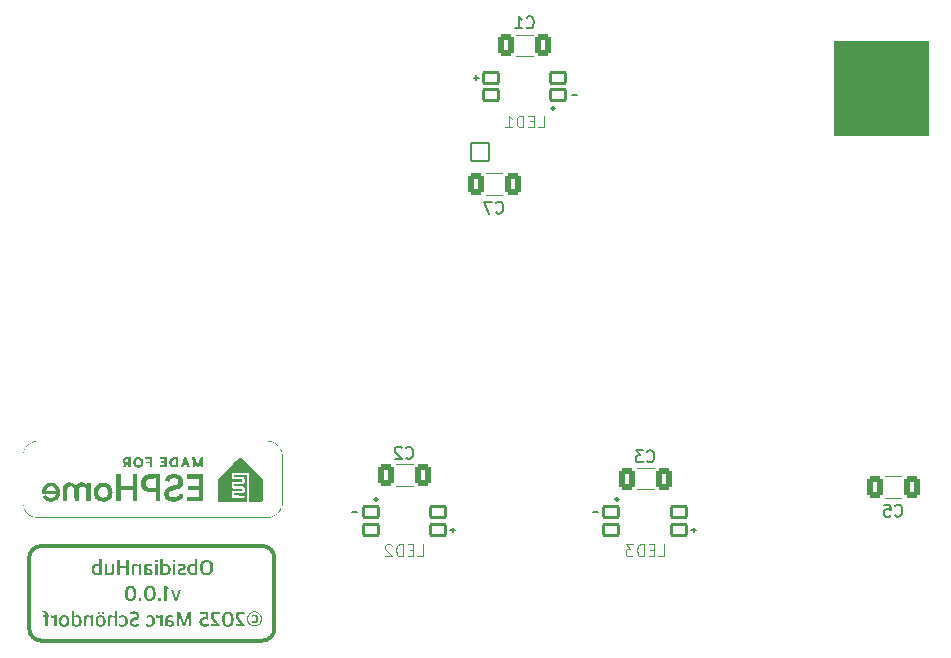
<source format=gbo>
G04 #@! TF.GenerationSoftware,KiCad,Pcbnew,9.0.5*
G04 #@! TF.CreationDate,2025-10-24T02:47:50+02:00*
G04 #@! TF.ProjectId,ESPHomeModule,45535048-6f6d-4654-9d6f-64756c652e6b,V1.0*
G04 #@! TF.SameCoordinates,Original*
G04 #@! TF.FileFunction,Legend,Bot*
G04 #@! TF.FilePolarity,Positive*
%FSLAX46Y46*%
G04 Gerber Fmt 4.6, Leading zero omitted, Abs format (unit mm)*
G04 Created by KiCad (PCBNEW 9.0.5) date 2025-10-24 02:47:50*
%MOMM*%
%LPD*%
G01*
G04 APERTURE LIST*
G04 Aperture macros list*
%AMRoundRect*
0 Rectangle with rounded corners*
0 $1 Rounding radius*
0 $2 $3 $4 $5 $6 $7 $8 $9 X,Y pos of 4 corners*
0 Add a 4 corners polygon primitive as box body*
4,1,4,$2,$3,$4,$5,$6,$7,$8,$9,$2,$3,0*
0 Add four circle primitives for the rounded corners*
1,1,$1+$1,$2,$3*
1,1,$1+$1,$4,$5*
1,1,$1+$1,$6,$7*
1,1,$1+$1,$8,$9*
0 Add four rect primitives between the rounded corners*
20,1,$1+$1,$2,$3,$4,$5,0*
20,1,$1+$1,$4,$5,$6,$7,0*
20,1,$1+$1,$6,$7,$8,$9,0*
20,1,$1+$1,$8,$9,$2,$3,0*%
G04 Aperture macros list end*
%ADD10C,0.300000*%
%ADD11C,0.100000*%
%ADD12C,0.250000*%
%ADD13C,0.150000*%
%ADD14C,0.127000*%
%ADD15C,0.230278*%
%ADD16C,0.120000*%
%ADD17C,0.000000*%
%ADD18C,1.600000*%
%ADD19C,1.850000*%
%ADD20R,2.000000X2.000000*%
%ADD21C,2.000000*%
%ADD22R,3.200000X2.000000*%
%ADD23RoundRect,0.102000X-0.754000X-0.754000X0.754000X-0.754000X0.754000X0.754000X-0.754000X0.754000X0*%
%ADD24C,1.712000*%
%ADD25C,3.204000*%
%ADD26C,2.500000*%
%ADD27C,4.000000*%
%ADD28C,1.750000*%
%ADD29RoundRect,0.102000X0.649995X0.450000X-0.649995X0.450000X-0.649995X-0.450000X0.649995X-0.450000X0*%
%ADD30RoundRect,0.102000X0.649999X0.449999X-0.649999X0.449999X-0.649999X-0.449999X0.649999X-0.449999X0*%
%ADD31RoundRect,0.102000X-0.649995X-0.450000X0.649995X-0.450000X0.649995X0.450000X-0.649995X0.450000X0*%
%ADD32RoundRect,0.102000X-0.649999X-0.449999X0.649999X-0.449999X0.649999X0.449999X-0.649999X0.449999X0*%
%ADD33RoundRect,0.250000X0.412500X0.650000X-0.412500X0.650000X-0.412500X-0.650000X0.412500X-0.650000X0*%
%ADD34RoundRect,0.250000X-0.412500X-0.650000X0.412500X-0.650000X0.412500X0.650000X-0.412500X0.650000X0*%
G04 APERTURE END LIST*
D10*
X127300000Y-99895817D02*
G75*
G02*
X128299999Y-100895817I8J-999991D01*
G01*
X128300000Y-106900000D02*
G75*
G02*
X127300000Y-107900000I-999992J-8D01*
G01*
X107545817Y-100895817D02*
G75*
G02*
X108545817Y-99895817I999991J9D01*
G01*
X108545817Y-107900000D02*
G75*
G02*
X107545816Y-106900000I-9J999992D01*
G01*
X108545817Y-99895817D02*
X127300000Y-99895817D01*
X128300000Y-100895817D02*
X128300000Y-106900000D01*
X127300000Y-107900000D02*
X108545817Y-107900000D01*
X107545817Y-106900000D02*
X107545817Y-100895817D01*
D11*
X175676000Y-57136000D02*
X183676000Y-57136000D01*
X183676000Y-65136000D01*
X175676000Y-65136000D01*
X175676000Y-57136000D01*
G36*
X175676000Y-57136000D02*
G01*
X183676000Y-57136000D01*
X183676000Y-65136000D01*
X175676000Y-65136000D01*
X175676000Y-57136000D01*
G37*
D12*
G36*
X122623434Y-101070438D02*
G01*
X122682532Y-101077990D01*
X122737258Y-101090088D01*
X122789141Y-101106820D01*
X122836828Y-101127541D01*
X122881516Y-101152565D01*
X122922311Y-101181257D01*
X122959937Y-101213996D01*
X122993954Y-101250378D01*
X123024589Y-101290640D01*
X123075225Y-101382739D01*
X123110966Y-101491047D01*
X123130263Y-101616561D01*
X123133116Y-101692144D01*
X123133116Y-101732151D01*
X123130602Y-101806088D01*
X123123162Y-101875428D01*
X123111374Y-101938335D01*
X123095232Y-101996886D01*
X123075457Y-102049716D01*
X123051816Y-102098391D01*
X123024991Y-102142098D01*
X122994694Y-102181784D01*
X122961326Y-102217175D01*
X122924784Y-102248588D01*
X122842156Y-102299686D01*
X122746225Y-102335086D01*
X122636098Y-102353847D01*
X122572542Y-102356466D01*
X122510835Y-102353935D01*
X122451742Y-102346375D01*
X122397009Y-102334265D01*
X122345083Y-102317506D01*
X122297368Y-102296760D01*
X122252630Y-102271693D01*
X122211812Y-102242971D01*
X122174148Y-102210181D01*
X122140125Y-102173770D01*
X122109473Y-102133458D01*
X122058851Y-102041287D01*
X122023149Y-101932905D01*
X122003909Y-101807286D01*
X122001093Y-101732151D01*
X122001093Y-101693970D01*
X122239468Y-101693970D01*
X122239468Y-101755885D01*
X122242011Y-101821740D01*
X122249649Y-101883343D01*
X122261401Y-101936717D01*
X122277626Y-101985734D01*
X122296717Y-102027093D01*
X122319688Y-102064173D01*
X122344713Y-102094780D01*
X122373153Y-102121212D01*
X122403544Y-102142390D01*
X122437071Y-102159386D01*
X122473150Y-102171858D01*
X122512282Y-102179932D01*
X122565239Y-102183579D01*
X122613387Y-102181060D01*
X122657275Y-102173586D01*
X122695051Y-102162042D01*
X122729205Y-102146266D01*
X122759201Y-102126848D01*
X122785923Y-102103586D01*
X122830632Y-102044712D01*
X122864494Y-101966298D01*
X122886674Y-101863005D01*
X122894662Y-101730405D01*
X122894662Y-101666663D01*
X122892118Y-101600731D01*
X122884470Y-101539126D01*
X122872731Y-101485954D01*
X122856521Y-101437182D01*
X122837484Y-101396168D01*
X122814573Y-101359450D01*
X122789636Y-101329226D01*
X122761287Y-101303178D01*
X122730980Y-101282363D01*
X122697533Y-101265727D01*
X122661483Y-101253591D01*
X122622362Y-101245857D01*
X122572542Y-101242621D01*
X122523333Y-101245512D01*
X122478547Y-101253329D01*
X122440131Y-101265150D01*
X122405451Y-101281171D01*
X122375116Y-101300747D01*
X122348133Y-101324128D01*
X122303211Y-101382961D01*
X122269368Y-101460963D01*
X122247314Y-101563484D01*
X122239468Y-101693970D01*
X122001093Y-101693970D01*
X122001093Y-101692144D01*
X122003606Y-101618208D01*
X122011032Y-101548943D01*
X122022805Y-101486083D01*
X122038911Y-101427632D01*
X122058659Y-101374849D01*
X122082245Y-101326259D01*
X122109039Y-101282575D01*
X122139272Y-101242939D01*
X122172611Y-101207540D01*
X122209086Y-101176141D01*
X122291616Y-101124988D01*
X122387416Y-101089492D01*
X122497305Y-101070605D01*
X122561667Y-101067908D01*
X122623434Y-101070438D01*
G37*
G36*
X121793756Y-102301853D02*
G01*
X121699854Y-102328903D01*
X121554442Y-102350429D01*
X121427977Y-102356466D01*
X121362679Y-102353927D01*
X121301897Y-102346316D01*
X121249010Y-102334569D01*
X121200180Y-102318368D01*
X121157618Y-102298876D01*
X121118781Y-102275384D01*
X121084769Y-102248840D01*
X121054309Y-102218559D01*
X121004489Y-102147401D01*
X120968519Y-102059910D01*
X120947166Y-101952973D01*
X120942020Y-101857728D01*
X120942020Y-101852331D01*
X121160470Y-101852331D01*
X121160470Y-101888686D01*
X121162950Y-101946802D01*
X121170146Y-101997599D01*
X121181032Y-102039502D01*
X121195542Y-102075533D01*
X121212797Y-102105239D01*
X121232886Y-102130089D01*
X121281034Y-102166889D01*
X121341513Y-102188905D01*
X121415197Y-102196280D01*
X121513352Y-102187951D01*
X121584513Y-102168973D01*
X121584513Y-101599350D01*
X121528834Y-101576876D01*
X121453515Y-101558337D01*
X121397020Y-101553866D01*
X121347064Y-101556518D01*
X121303260Y-101564919D01*
X121272365Y-101576329D01*
X121245349Y-101592260D01*
X121224181Y-101610887D01*
X121206115Y-101633771D01*
X121179060Y-101693605D01*
X121163335Y-101781219D01*
X121160470Y-101852331D01*
X120942020Y-101852331D01*
X120942020Y-101835899D01*
X120944500Y-101768434D01*
X120951700Y-101707373D01*
X120962984Y-101653519D01*
X120978114Y-101605338D01*
X120996543Y-101563009D01*
X121018078Y-101525780D01*
X121042584Y-101493199D01*
X121069573Y-101465332D01*
X121131762Y-101421688D01*
X121204567Y-101393986D01*
X121287604Y-101382872D01*
X121298749Y-101382725D01*
X121353978Y-101385174D01*
X121403919Y-101392159D01*
X121492497Y-101418469D01*
X121575384Y-101462818D01*
X121584513Y-101462818D01*
X121584513Y-101005993D01*
X121793756Y-101005993D01*
X121793756Y-102301853D01*
G37*
G36*
X120488131Y-102350989D02*
G01*
X120426330Y-102348447D01*
X120369945Y-102340816D01*
X120323142Y-102329342D01*
X120281121Y-102313577D01*
X120246595Y-102295160D01*
X120216346Y-102273057D01*
X120191676Y-102248668D01*
X120171012Y-102220950D01*
X120142304Y-102156556D01*
X120129932Y-102077190D01*
X120129576Y-102059748D01*
X120132171Y-102009798D01*
X120140174Y-101965775D01*
X120151565Y-101932461D01*
X120167362Y-101902868D01*
X120209757Y-101856268D01*
X120272045Y-101818931D01*
X120365328Y-101787670D01*
X120384383Y-101783112D01*
X120473525Y-101763109D01*
X120529443Y-101746297D01*
X120568050Y-101725392D01*
X120582801Y-101710398D01*
X120592695Y-101692346D01*
X120599103Y-101652137D01*
X120596575Y-101627382D01*
X120589043Y-101605802D01*
X120561844Y-101574012D01*
X120515902Y-101552713D01*
X120443802Y-101543066D01*
X120431693Y-101542912D01*
X120326534Y-101551720D01*
X120224692Y-101577023D01*
X120180538Y-101593873D01*
X120180538Y-101435512D01*
X120237658Y-101413794D01*
X120307305Y-101396474D01*
X120366991Y-101388259D01*
X120436496Y-101384639D01*
X120449870Y-101384551D01*
X120508992Y-101387058D01*
X120562424Y-101394449D01*
X120607815Y-101405767D01*
X120648209Y-101421119D01*
X120682163Y-101439389D01*
X120711650Y-101461038D01*
X120736164Y-101485290D01*
X120756505Y-101512489D01*
X120784994Y-101575751D01*
X120797152Y-101652623D01*
X120797471Y-101668489D01*
X120794969Y-101713501D01*
X120787618Y-101753692D01*
X120776326Y-101787710D01*
X120761048Y-101817816D01*
X120719677Y-101866885D01*
X120661883Y-101904662D01*
X120582733Y-101932518D01*
X120559096Y-101937822D01*
X120471700Y-101957825D01*
X120421317Y-101971367D01*
X120383487Y-101988094D01*
X120362930Y-102003045D01*
X120348145Y-102020617D01*
X120334531Y-102060712D01*
X120333421Y-102079831D01*
X120336004Y-102104437D01*
X120343918Y-102126462D01*
X120355841Y-102143943D01*
X120372495Y-102158997D01*
X120421374Y-102181391D01*
X120498983Y-102192269D01*
X120519009Y-102192628D01*
X120582870Y-102190217D01*
X120637539Y-102183501D01*
X120732600Y-102158892D01*
X120797471Y-102134364D01*
X120797471Y-102287248D01*
X120712312Y-102321594D01*
X120601157Y-102344279D01*
X120488131Y-102350989D01*
G37*
G36*
X119932082Y-102336383D02*
G01*
X119720934Y-102336383D01*
X119720934Y-101399156D01*
X119932082Y-101399156D01*
X119932082Y-102336383D01*
G37*
G36*
X119932082Y-101244447D02*
G01*
X119719108Y-101244447D01*
X119719108Y-101053302D01*
X119932082Y-101053302D01*
X119932082Y-101244447D01*
G37*
G36*
X118873167Y-101435512D02*
G01*
X118924103Y-101412150D01*
X118994155Y-101392291D01*
X119042114Y-101385313D01*
X119097015Y-101382725D01*
X119151540Y-101385288D01*
X119203374Y-101393072D01*
X119249005Y-101405146D01*
X119291828Y-101421987D01*
X119329460Y-101442352D01*
X119364199Y-101467158D01*
X119394774Y-101495370D01*
X119422312Y-101527884D01*
X119446379Y-101564337D01*
X119467145Y-101605161D01*
X119498358Y-101701359D01*
X119514226Y-101819726D01*
X119515660Y-101872334D01*
X119515660Y-101895989D01*
X119513178Y-101960107D01*
X119505967Y-102018656D01*
X119494559Y-102071137D01*
X119479225Y-102118535D01*
X119460358Y-102160910D01*
X119438256Y-102198564D01*
X119384879Y-102261119D01*
X119320003Y-102307649D01*
X119244148Y-102338354D01*
X119158531Y-102352190D01*
X119135276Y-102352815D01*
X119082592Y-102350339D01*
X119034409Y-102343172D01*
X118990732Y-102331728D01*
X118951377Y-102316384D01*
X118915892Y-102297294D01*
X118884661Y-102275008D01*
X118869515Y-102261767D01*
X118862212Y-102261767D01*
X118844035Y-102336383D01*
X118665670Y-102336383D01*
X118665670Y-101593873D01*
X118873167Y-101593873D01*
X118873167Y-102127140D01*
X118911763Y-102151932D01*
X118963827Y-102174706D01*
X119004340Y-102185320D01*
X119049812Y-102190546D01*
X119062485Y-102190802D01*
X119107300Y-102188144D01*
X119148460Y-102179693D01*
X119179539Y-102167781D01*
X119207602Y-102150989D01*
X119230249Y-102131208D01*
X119250061Y-102106779D01*
X119280060Y-102044138D01*
X119297583Y-101956458D01*
X119300860Y-101886860D01*
X119300860Y-101852331D01*
X119298353Y-101789678D01*
X119290960Y-101735244D01*
X119280102Y-101692336D01*
X119265478Y-101655615D01*
X119248547Y-101626617D01*
X119228582Y-101602475D01*
X119181154Y-101568259D01*
X119120587Y-101549185D01*
X119064232Y-101544737D01*
X118972097Y-101553898D01*
X118930816Y-101564935D01*
X118896673Y-101579100D01*
X118873167Y-101593873D01*
X118665670Y-101593873D01*
X118665670Y-101005993D01*
X118873167Y-101005993D01*
X118873167Y-101435512D01*
G37*
G36*
X118415627Y-102336383D02*
G01*
X118204479Y-102336383D01*
X118204479Y-101399156D01*
X118415627Y-101399156D01*
X118415627Y-102336383D01*
G37*
G36*
X118415627Y-101244447D02*
G01*
X118202653Y-101244447D01*
X118202653Y-101053302D01*
X118415627Y-101053302D01*
X118415627Y-101244447D01*
G37*
G36*
X117696759Y-101387110D02*
G01*
X117770408Y-101394867D01*
X117833053Y-101406634D01*
X117891588Y-101422951D01*
X117926335Y-101435512D01*
X117926335Y-101579346D01*
X117848413Y-101564898D01*
X117752712Y-101555325D01*
X117698835Y-101553866D01*
X117626450Y-101556751D01*
X117570518Y-101566785D01*
X117543433Y-101577543D01*
X117521861Y-101592364D01*
X117507463Y-101608751D01*
X117496699Y-101628833D01*
X117485042Y-101683865D01*
X117484115Y-101710322D01*
X117484115Y-101781366D01*
X117704312Y-101806767D01*
X117766158Y-101818503D01*
X117821823Y-101834904D01*
X117864129Y-101852873D01*
X117901378Y-101874749D01*
X117930043Y-101897670D01*
X117954328Y-101924030D01*
X117972913Y-101951933D01*
X117987365Y-101983121D01*
X118003198Y-102054905D01*
X118004603Y-102087054D01*
X118002103Y-102130765D01*
X117994768Y-102170445D01*
X117983317Y-102204988D01*
X117967799Y-102235827D01*
X117925973Y-102286052D01*
X117869433Y-102322765D01*
X117796797Y-102345710D01*
X117717092Y-102352815D01*
X117666874Y-102350359D01*
X117622315Y-102343327D01*
X117583203Y-102332267D01*
X117549046Y-102317663D01*
X117492994Y-102278645D01*
X117474986Y-102259941D01*
X117464111Y-102259941D01*
X117447680Y-102336383D01*
X117274793Y-102336383D01*
X117274793Y-102148970D01*
X117484115Y-102148970D01*
X117529640Y-102178750D01*
X117600324Y-102200673D01*
X117653351Y-102205408D01*
X117688934Y-102202840D01*
X117720644Y-102195027D01*
X117744762Y-102183729D01*
X117764984Y-102168159D01*
X117779620Y-102150218D01*
X117790369Y-102128576D01*
X117798932Y-102076179D01*
X117796404Y-102041773D01*
X117788870Y-102012849D01*
X117778038Y-101991473D01*
X117763366Y-101973910D01*
X117723258Y-101949465D01*
X117657002Y-101935996D01*
X117484115Y-101917818D01*
X117484115Y-102148970D01*
X117274793Y-102148970D01*
X117274793Y-101663012D01*
X117277314Y-101617275D01*
X117284800Y-101575938D01*
X117296249Y-101541043D01*
X117311881Y-101509874D01*
X117330977Y-101483094D01*
X117353843Y-101459688D01*
X117411607Y-101422215D01*
X117488764Y-101396750D01*
X117590772Y-101384976D01*
X117616995Y-101384551D01*
X117696759Y-101387110D01*
G37*
G36*
X117031020Y-102336383D02*
G01*
X116821777Y-102336383D01*
X116821777Y-101608399D01*
X116776693Y-101589455D01*
X116725576Y-101573514D01*
X116672735Y-101562497D01*
X116619727Y-101557558D01*
X116610629Y-101557438D01*
X116559959Y-101560038D01*
X116520800Y-101568075D01*
X116497769Y-101578142D01*
X116480161Y-101591776D01*
X116460053Y-101626495D01*
X116452362Y-101681543D01*
X116452268Y-101690318D01*
X116452268Y-102336383D01*
X116241200Y-102336383D01*
X116241200Y-101641183D01*
X116243735Y-101591031D01*
X116251323Y-101546850D01*
X116262471Y-101511960D01*
X116277682Y-101481599D01*
X116295697Y-101457018D01*
X116317277Y-101436186D01*
X116371257Y-101405182D01*
X116444596Y-101386988D01*
X116514184Y-101382725D01*
X116610001Y-101392296D01*
X116709147Y-101421554D01*
X116801242Y-101468751D01*
X116821777Y-101482822D01*
X116829001Y-101482822D01*
X116829001Y-101399156D01*
X117031020Y-101399156D01*
X117031020Y-102336383D01*
G37*
G36*
X115976074Y-102336383D02*
G01*
X115752225Y-102336383D01*
X115752225Y-101779540D01*
X115220784Y-101779540D01*
X115220784Y-102336383D01*
X114996935Y-102336383D01*
X114996935Y-101087912D01*
X115220784Y-101087912D01*
X115220784Y-101603001D01*
X115752225Y-101603001D01*
X115752225Y-101087912D01*
X115976074Y-101087912D01*
X115976074Y-102336383D01*
G37*
G36*
X114449935Y-102352815D02*
G01*
X114355354Y-102343285D01*
X114268186Y-102315592D01*
X114183483Y-102269128D01*
X114162424Y-102254544D01*
X114153296Y-102254544D01*
X114135118Y-102336383D01*
X113953102Y-102336383D01*
X113953102Y-101399156D01*
X114162424Y-101399156D01*
X114162424Y-102127140D01*
X114258900Y-102165600D01*
X114312931Y-102178600D01*
X114371747Y-102183579D01*
X114416676Y-102180987D01*
X114452658Y-102173003D01*
X114475380Y-102162600D01*
X114493298Y-102148434D01*
X114515097Y-102111664D01*
X114524355Y-102054497D01*
X114524630Y-102039744D01*
X114524630Y-101399156D01*
X114733873Y-101399156D01*
X114733873Y-102079831D01*
X114731350Y-102127725D01*
X114723845Y-102170932D01*
X114712452Y-102207004D01*
X114696898Y-102239044D01*
X114678196Y-102265942D01*
X114655829Y-102289183D01*
X114600548Y-102324690D01*
X114528395Y-102346421D01*
X114449935Y-102352815D01*
G37*
G36*
X113708536Y-102301853D02*
G01*
X113614635Y-102328903D01*
X113469222Y-102350429D01*
X113342758Y-102356466D01*
X113277459Y-102353927D01*
X113216677Y-102346316D01*
X113163790Y-102334569D01*
X113114960Y-102318368D01*
X113072398Y-102298876D01*
X113033561Y-102275384D01*
X112999549Y-102248840D01*
X112969089Y-102218559D01*
X112919270Y-102147401D01*
X112883299Y-102059910D01*
X112861946Y-101952973D01*
X112856800Y-101857728D01*
X112856800Y-101852331D01*
X113075251Y-101852331D01*
X113075251Y-101888686D01*
X113077730Y-101946802D01*
X113084926Y-101997599D01*
X113095812Y-102039502D01*
X113110322Y-102075533D01*
X113127577Y-102105239D01*
X113147666Y-102130089D01*
X113195814Y-102166889D01*
X113256294Y-102188905D01*
X113329978Y-102196280D01*
X113428132Y-102187951D01*
X113499293Y-102168973D01*
X113499293Y-101599350D01*
X113443614Y-101576876D01*
X113368295Y-101558337D01*
X113311800Y-101553866D01*
X113261844Y-101556518D01*
X113218041Y-101564919D01*
X113187145Y-101576329D01*
X113160129Y-101592260D01*
X113138961Y-101610887D01*
X113120895Y-101633771D01*
X113093840Y-101693605D01*
X113078115Y-101781219D01*
X113075251Y-101852331D01*
X112856800Y-101852331D01*
X112856800Y-101835899D01*
X112859280Y-101768434D01*
X112866480Y-101707373D01*
X112877764Y-101653519D01*
X112892895Y-101605338D01*
X112911323Y-101563009D01*
X112932859Y-101525780D01*
X112957364Y-101493199D01*
X112984353Y-101465332D01*
X113046542Y-101421688D01*
X113119347Y-101393986D01*
X113202384Y-101382872D01*
X113213529Y-101382725D01*
X113268759Y-101385174D01*
X113318699Y-101392159D01*
X113407277Y-101418469D01*
X113490164Y-101462818D01*
X113499293Y-101462818D01*
X113499293Y-101005993D01*
X113708536Y-101005993D01*
X113708536Y-102301853D01*
G37*
G36*
X120077187Y-104520383D02*
G01*
X119864213Y-104520383D01*
X119525662Y-103583156D01*
X119727681Y-103583156D01*
X119957007Y-104267482D01*
X119966136Y-104267482D01*
X120193636Y-103583156D01*
X120417484Y-103583156D01*
X120077187Y-104520383D01*
G37*
G36*
X119209496Y-104527686D02*
G01*
X118983821Y-104527686D01*
X118983821Y-103270086D01*
X119102096Y-103270086D01*
X119418739Y-103412015D01*
X119418739Y-103543070D01*
X119209496Y-103501237D01*
X119209496Y-104527686D01*
G37*
G36*
X118687579Y-104549515D02*
G01*
X118465556Y-104549515D01*
X118465556Y-104336621D01*
X118687579Y-104336621D01*
X118687579Y-104549515D01*
G37*
G36*
X117821228Y-103261799D02*
G01*
X117875369Y-103269758D01*
X117923990Y-103282195D01*
X117970690Y-103299733D01*
X118012311Y-103320964D01*
X118051620Y-103347052D01*
X118086617Y-103376573D01*
X118118980Y-103410830D01*
X118147675Y-103448838D01*
X118173390Y-103491630D01*
X118195715Y-103538945D01*
X118214637Y-103591260D01*
X118230015Y-103649151D01*
X118241461Y-103712413D01*
X118251612Y-103858320D01*
X118251630Y-103865190D01*
X118251630Y-103943457D01*
X118249128Y-104021062D01*
X118241773Y-104092778D01*
X118230201Y-104156894D01*
X118214475Y-104215668D01*
X118195334Y-104267946D01*
X118172633Y-104315338D01*
X118147000Y-104357306D01*
X118118290Y-104394727D01*
X118086741Y-104427641D01*
X118052491Y-104456207D01*
X117975307Y-104501249D01*
X117886105Y-104530167D01*
X117784061Y-104542077D01*
X117767578Y-104542292D01*
X117712407Y-104539713D01*
X117658813Y-104531818D01*
X117610571Y-104519447D01*
X117564380Y-104502050D01*
X117523068Y-104480911D01*
X117484137Y-104454990D01*
X117449352Y-104425549D01*
X117417239Y-104391440D01*
X117388677Y-104353476D01*
X117363117Y-104310794D01*
X117340873Y-104263482D01*
X117322047Y-104211234D01*
X117295342Y-104090096D01*
X117285286Y-103944216D01*
X117285271Y-103938060D01*
X117285271Y-103859792D01*
X117516423Y-103859792D01*
X117516423Y-103952586D01*
X117518963Y-104037306D01*
X117526584Y-104111551D01*
X117537555Y-104168751D01*
X117552498Y-104218288D01*
X117569305Y-104256447D01*
X117589317Y-104288802D01*
X117610734Y-104313771D01*
X117634908Y-104334046D01*
X117690175Y-104360680D01*
X117758999Y-104371044D01*
X117767578Y-104371151D01*
X117805705Y-104368605D01*
X117840640Y-104360941D01*
X117870312Y-104349172D01*
X117897243Y-104332905D01*
X117942201Y-104287748D01*
X117977810Y-104222218D01*
X118003751Y-104129952D01*
X118017522Y-104002129D01*
X118018732Y-103943457D01*
X118018732Y-103847012D01*
X118016191Y-103764215D01*
X118008558Y-103691308D01*
X117997531Y-103634751D01*
X117982490Y-103585565D01*
X117965535Y-103547483D01*
X117945323Y-103515076D01*
X117923676Y-103489986D01*
X117899223Y-103469549D01*
X117843398Y-103442657D01*
X117774206Y-103432203D01*
X117765752Y-103432098D01*
X117727756Y-103434656D01*
X117692821Y-103442403D01*
X117663336Y-103454240D01*
X117636491Y-103470667D01*
X117591791Y-103516240D01*
X117556413Y-103582556D01*
X117530746Y-103676224D01*
X117517413Y-103806351D01*
X117516423Y-103859792D01*
X117285271Y-103859792D01*
X117287768Y-103781665D01*
X117295082Y-103709708D01*
X117306603Y-103645333D01*
X117322211Y-103586518D01*
X117341246Y-103534116D01*
X117363746Y-103486771D01*
X117389218Y-103444732D01*
X117417641Y-103407376D01*
X117482841Y-103345872D01*
X117559221Y-103300747D01*
X117647261Y-103271667D01*
X117747445Y-103259485D01*
X117765752Y-103259211D01*
X117821228Y-103261799D01*
G37*
G36*
X117056819Y-104549515D02*
G01*
X116834796Y-104549515D01*
X116834796Y-104336621D01*
X117056819Y-104336621D01*
X117056819Y-104549515D01*
G37*
G36*
X116190467Y-103261799D02*
G01*
X116244608Y-103269758D01*
X116293229Y-103282195D01*
X116339930Y-103299733D01*
X116381550Y-103320964D01*
X116420860Y-103347052D01*
X116455856Y-103376573D01*
X116488220Y-103410830D01*
X116516914Y-103448838D01*
X116542629Y-103491630D01*
X116564955Y-103538945D01*
X116583876Y-103591260D01*
X116599254Y-103649151D01*
X116610701Y-103712413D01*
X116620851Y-103858320D01*
X116620870Y-103865190D01*
X116620870Y-103943457D01*
X116618367Y-104021062D01*
X116611012Y-104092778D01*
X116599440Y-104156894D01*
X116583714Y-104215668D01*
X116564573Y-104267946D01*
X116541872Y-104315338D01*
X116516239Y-104357306D01*
X116487529Y-104394727D01*
X116455980Y-104427641D01*
X116421730Y-104456207D01*
X116344546Y-104501249D01*
X116255345Y-104530167D01*
X116153300Y-104542077D01*
X116136817Y-104542292D01*
X116081647Y-104539713D01*
X116028053Y-104531818D01*
X115979811Y-104519447D01*
X115933620Y-104502050D01*
X115892308Y-104480911D01*
X115853377Y-104454990D01*
X115818592Y-104425549D01*
X115786479Y-104391440D01*
X115757916Y-104353476D01*
X115732356Y-104310794D01*
X115710112Y-104263482D01*
X115691286Y-104211234D01*
X115664581Y-104090096D01*
X115654525Y-103944216D01*
X115654511Y-103938060D01*
X115654511Y-103859792D01*
X115885662Y-103859792D01*
X115885662Y-103952586D01*
X115888202Y-104037306D01*
X115895824Y-104111551D01*
X115906794Y-104168751D01*
X115921738Y-104218288D01*
X115938544Y-104256447D01*
X115958556Y-104288802D01*
X115979974Y-104313771D01*
X116004147Y-104334046D01*
X116059415Y-104360680D01*
X116128239Y-104371044D01*
X116136817Y-104371151D01*
X116174944Y-104368605D01*
X116209879Y-104360941D01*
X116239551Y-104349172D01*
X116266482Y-104332905D01*
X116311440Y-104287748D01*
X116347049Y-104222218D01*
X116372990Y-104129952D01*
X116386761Y-104002129D01*
X116387972Y-103943457D01*
X116387972Y-103847012D01*
X116385430Y-103764215D01*
X116377797Y-103691308D01*
X116366770Y-103634751D01*
X116351730Y-103585565D01*
X116334774Y-103547483D01*
X116314563Y-103515076D01*
X116292915Y-103489986D01*
X116268462Y-103469549D01*
X116212638Y-103442657D01*
X116143445Y-103432203D01*
X116134991Y-103432098D01*
X116096995Y-103434656D01*
X116062060Y-103442403D01*
X116032576Y-103454240D01*
X116005731Y-103470667D01*
X115961030Y-103516240D01*
X115925652Y-103582556D01*
X115899985Y-103676224D01*
X115886652Y-103806351D01*
X115885662Y-103859792D01*
X115654511Y-103859792D01*
X115657007Y-103781665D01*
X115664321Y-103709708D01*
X115675842Y-103645333D01*
X115691451Y-103586518D01*
X115710485Y-103534116D01*
X115732985Y-103486771D01*
X115758457Y-103444732D01*
X115786881Y-103407376D01*
X115852081Y-103345872D01*
X115928460Y-103300747D01*
X116016500Y-103271667D01*
X116116684Y-103259485D01*
X116134991Y-103259211D01*
X116190467Y-103261799D01*
G37*
G36*
X126648635Y-105704183D02*
G01*
X126697698Y-105712179D01*
X126739650Y-105724334D01*
X126778810Y-105741410D01*
X126811751Y-105761520D01*
X126841607Y-105786119D01*
X126866520Y-105813478D01*
X126888096Y-105845110D01*
X126905595Y-105880111D01*
X126919381Y-105919433D01*
X126934740Y-106011845D01*
X126935923Y-106049190D01*
X126935923Y-106069273D01*
X126933417Y-106123158D01*
X126926037Y-106172412D01*
X126914550Y-106215384D01*
X126898939Y-106254133D01*
X126879975Y-106287789D01*
X126857450Y-106317497D01*
X126802736Y-106364933D01*
X126734345Y-106397546D01*
X126650807Y-106414719D01*
X126604675Y-106416873D01*
X126516080Y-106408093D01*
X126438927Y-106383953D01*
X126411784Y-106371389D01*
X126411784Y-106238508D01*
X126477271Y-106264416D01*
X126519258Y-106273280D01*
X126570145Y-106276690D01*
X126609644Y-106274147D01*
X126643739Y-106266509D01*
X126669614Y-106255465D01*
X126691546Y-106240393D01*
X126723080Y-106200233D01*
X126742320Y-106141904D01*
X126748430Y-106067447D01*
X126748430Y-106032838D01*
X126745932Y-105989360D01*
X126738611Y-105951881D01*
X126727787Y-105922418D01*
X126713270Y-105897731D01*
X126696089Y-105878411D01*
X126675883Y-105863178D01*
X126625827Y-105844132D01*
X126581020Y-105839947D01*
X126532504Y-105842394D01*
X126489735Y-105849364D01*
X126417261Y-105872651D01*
X126417261Y-105736199D01*
X126452045Y-105722000D01*
X126497275Y-105710375D01*
X126543302Y-105703957D01*
X126597372Y-105701589D01*
X126648635Y-105704183D01*
G37*
G36*
X126740632Y-105429355D02*
G01*
X126850142Y-105458426D01*
X126951456Y-105505793D01*
X127042437Y-105570320D01*
X127120683Y-105650414D01*
X127154275Y-105695662D01*
X127183772Y-105743932D01*
X127208912Y-105794844D01*
X127229561Y-105848259D01*
X127245396Y-105903433D01*
X127256412Y-105960575D01*
X127263520Y-106058318D01*
X127253608Y-106174102D01*
X127224297Y-106284633D01*
X127176452Y-106387414D01*
X127111393Y-106479675D01*
X127072998Y-106520959D01*
X127030989Y-106558642D01*
X126985853Y-106592280D01*
X126937555Y-106621858D01*
X126886919Y-106646855D01*
X126833591Y-106667403D01*
X126778641Y-106683055D01*
X126721460Y-106693927D01*
X126624678Y-106700811D01*
X126509457Y-106690932D01*
X126399997Y-106661785D01*
X126298220Y-106614186D01*
X126206470Y-106549266D01*
X126127358Y-106468689D01*
X126093368Y-106423228D01*
X126063476Y-106374736D01*
X126038011Y-106323704D01*
X126017048Y-106270172D01*
X126000964Y-106215027D01*
X125989709Y-106157925D01*
X125982264Y-106058318D01*
X126093236Y-106058318D01*
X126095745Y-106116573D01*
X126103143Y-106172552D01*
X126115268Y-106226161D01*
X126131920Y-106277092D01*
X126152921Y-106325181D01*
X126178071Y-106370194D01*
X126207149Y-106411899D01*
X126239985Y-106450142D01*
X126276292Y-106484644D01*
X126315957Y-106515310D01*
X126358628Y-106541855D01*
X126404255Y-106564207D01*
X126452444Y-106582106D01*
X126503193Y-106595465D01*
X126556104Y-106604069D01*
X126611188Y-106607792D01*
X126624678Y-106607938D01*
X126680338Y-106605429D01*
X126733737Y-106598026D01*
X126784740Y-106585906D01*
X126833149Y-106569260D01*
X126878914Y-106548214D01*
X126921742Y-106522994D01*
X126998227Y-106460477D01*
X127061158Y-106382934D01*
X127108935Y-106291658D01*
X127126632Y-106241259D01*
X127139873Y-106188095D01*
X127148506Y-106132170D01*
X127152297Y-106073864D01*
X127152469Y-106058318D01*
X127149958Y-105999075D01*
X127142546Y-105942321D01*
X127130463Y-105888426D01*
X127113866Y-105837369D01*
X127093034Y-105789534D01*
X127068078Y-105744872D01*
X127039313Y-105703744D01*
X127006808Y-105666117D01*
X126970886Y-105632295D01*
X126931593Y-105602297D01*
X126889218Y-105576363D01*
X126843829Y-105554579D01*
X126795640Y-105537135D01*
X126744779Y-105524183D01*
X126691366Y-105515889D01*
X126635613Y-105512443D01*
X126624678Y-105512350D01*
X126568624Y-105514861D01*
X126514739Y-105522277D01*
X126463212Y-105534422D01*
X126414230Y-105551120D01*
X126367970Y-105572203D01*
X126324632Y-105597491D01*
X126284385Y-105626824D01*
X126247440Y-105660017D01*
X126213963Y-105696920D01*
X126184171Y-105737335D01*
X126158233Y-105781124D01*
X126136365Y-105828077D01*
X126118745Y-105878058D01*
X126105581Y-105930855D01*
X126097059Y-105986324D01*
X126093378Y-106044259D01*
X126093236Y-106058318D01*
X125982264Y-106058318D01*
X125992166Y-105944250D01*
X126021483Y-105835076D01*
X126069441Y-105733184D01*
X126134814Y-105641328D01*
X126173491Y-105600060D01*
X126215781Y-105562373D01*
X126261302Y-105528630D01*
X126309969Y-105498947D01*
X126361014Y-105473813D01*
X126414708Y-105453146D01*
X126469970Y-105437393D01*
X126527388Y-105426440D01*
X126624678Y-105419477D01*
X126740632Y-105429355D01*
G37*
G36*
X125817236Y-106704383D02*
G01*
X125023764Y-106704383D01*
X125023764Y-106529670D01*
X125524248Y-106529670D01*
X125376841Y-106378612D01*
X125258874Y-106252640D01*
X125201381Y-106184496D01*
X125148409Y-106113169D01*
X125102603Y-106038850D01*
X125066609Y-105961731D01*
X125043072Y-105882004D01*
X125034639Y-105799860D01*
X125037175Y-105748977D01*
X125044772Y-105701627D01*
X125056558Y-105660287D01*
X125072812Y-105622269D01*
X125092604Y-105588975D01*
X125116482Y-105558899D01*
X125175475Y-105509317D01*
X125251353Y-105472704D01*
X125347008Y-105449925D01*
X125447806Y-105443211D01*
X125561281Y-105452521D01*
X125673870Y-105480206D01*
X125778228Y-105524247D01*
X125802709Y-105537831D01*
X125766274Y-105703415D01*
X125715566Y-105675850D01*
X125658213Y-105651081D01*
X125604344Y-105633708D01*
X125549951Y-105622686D01*
X125507896Y-105619750D01*
X125453933Y-105622351D01*
X125406701Y-105630397D01*
X125372440Y-105641562D01*
X125342954Y-105656997D01*
X125320701Y-105674548D01*
X125302299Y-105695820D01*
X125277680Y-105748251D01*
X125267715Y-105820020D01*
X125267616Y-105828993D01*
X125277379Y-105902443D01*
X125308188Y-105982625D01*
X125365324Y-106075903D01*
X125459958Y-106193443D01*
X125578861Y-106322253D01*
X125817236Y-106573408D01*
X125817236Y-106704383D01*
G37*
G36*
X124419204Y-105445799D02*
G01*
X124473345Y-105453758D01*
X124521966Y-105466195D01*
X124568667Y-105483733D01*
X124610287Y-105504964D01*
X124649597Y-105531052D01*
X124684593Y-105560573D01*
X124716956Y-105594830D01*
X124745651Y-105632838D01*
X124771366Y-105675630D01*
X124793691Y-105722945D01*
X124812613Y-105775260D01*
X124827991Y-105833151D01*
X124839438Y-105896413D01*
X124849588Y-106042320D01*
X124849607Y-106049190D01*
X124849607Y-106127457D01*
X124847104Y-106205062D01*
X124839749Y-106276778D01*
X124828177Y-106340894D01*
X124812451Y-106399668D01*
X124793310Y-106451946D01*
X124770609Y-106499338D01*
X124744976Y-106541306D01*
X124716266Y-106578727D01*
X124684717Y-106611641D01*
X124650467Y-106640207D01*
X124573283Y-106685249D01*
X124484082Y-106714167D01*
X124382037Y-106726077D01*
X124365554Y-106726292D01*
X124310384Y-106723713D01*
X124256790Y-106715818D01*
X124208548Y-106703447D01*
X124162357Y-106686050D01*
X124121045Y-106664911D01*
X124082114Y-106638990D01*
X124047329Y-106609549D01*
X124015216Y-106575440D01*
X123986653Y-106537476D01*
X123961093Y-106494794D01*
X123938849Y-106447482D01*
X123920023Y-106395234D01*
X123893318Y-106274096D01*
X123883262Y-106128216D01*
X123883248Y-106122060D01*
X123883248Y-106043792D01*
X124114399Y-106043792D01*
X124114399Y-106136586D01*
X124116939Y-106221306D01*
X124124561Y-106295551D01*
X124135531Y-106352751D01*
X124150475Y-106402288D01*
X124167281Y-106440447D01*
X124187293Y-106472802D01*
X124208711Y-106497771D01*
X124232884Y-106518046D01*
X124288151Y-106544680D01*
X124356976Y-106555044D01*
X124365554Y-106555151D01*
X124403681Y-106552605D01*
X124438616Y-106544941D01*
X124468288Y-106533172D01*
X124495219Y-106516905D01*
X124540177Y-106471748D01*
X124575786Y-106406218D01*
X124601727Y-106313952D01*
X124615498Y-106186129D01*
X124616709Y-106127457D01*
X124616709Y-106031012D01*
X124614167Y-105948215D01*
X124606534Y-105875308D01*
X124595507Y-105818751D01*
X124580466Y-105769565D01*
X124563511Y-105731483D01*
X124543299Y-105699076D01*
X124521652Y-105673986D01*
X124497199Y-105653549D01*
X124441375Y-105626657D01*
X124372182Y-105616203D01*
X124363728Y-105616098D01*
X124325732Y-105618656D01*
X124290797Y-105626403D01*
X124261313Y-105638240D01*
X124234468Y-105654667D01*
X124189767Y-105700240D01*
X124154389Y-105766556D01*
X124128722Y-105860224D01*
X124115389Y-105990351D01*
X124114399Y-106043792D01*
X123883248Y-106043792D01*
X123885744Y-105965665D01*
X123893058Y-105893708D01*
X123904579Y-105829333D01*
X123920188Y-105770518D01*
X123939222Y-105718116D01*
X123961722Y-105670771D01*
X123987194Y-105628732D01*
X124015618Y-105591376D01*
X124080818Y-105529872D01*
X124157197Y-105484747D01*
X124245237Y-105455667D01*
X124345421Y-105443485D01*
X124363728Y-105443211D01*
X124419204Y-105445799D01*
G37*
G36*
X123705121Y-106704383D02*
G01*
X122911649Y-106704383D01*
X122911649Y-106529670D01*
X123412134Y-106529670D01*
X123264727Y-106378612D01*
X123146760Y-106252640D01*
X123089267Y-106184496D01*
X123036294Y-106113169D01*
X122990488Y-106038850D01*
X122954494Y-105961731D01*
X122930958Y-105882004D01*
X122922524Y-105799860D01*
X122925061Y-105748977D01*
X122932657Y-105701627D01*
X122944444Y-105660287D01*
X122960698Y-105622269D01*
X122980490Y-105588975D01*
X123004368Y-105558899D01*
X123063360Y-105509317D01*
X123139239Y-105472704D01*
X123234894Y-105449925D01*
X123335692Y-105443211D01*
X123449167Y-105452521D01*
X123561755Y-105480206D01*
X123666113Y-105524247D01*
X123690595Y-105537831D01*
X123654160Y-105703415D01*
X123603452Y-105675850D01*
X123546098Y-105651081D01*
X123492230Y-105633708D01*
X123437837Y-105622686D01*
X123395782Y-105619750D01*
X123341818Y-105622351D01*
X123294587Y-105630397D01*
X123260326Y-105641562D01*
X123230839Y-105656997D01*
X123208586Y-105674548D01*
X123190185Y-105695820D01*
X123165566Y-105748251D01*
X123155600Y-105820020D01*
X123155502Y-105828993D01*
X123165264Y-105902443D01*
X123196073Y-105982625D01*
X123253210Y-106075903D01*
X123347843Y-106193443D01*
X123466746Y-106322253D01*
X123705121Y-106573408D01*
X123705121Y-106704383D01*
G37*
G36*
X122415611Y-106722640D02*
G01*
X122358854Y-106720142D01*
X122305437Y-106712813D01*
X122255724Y-106700979D01*
X122209522Y-106684860D01*
X122167049Y-106664761D01*
X122128273Y-106640889D01*
X122093261Y-106613453D01*
X122062161Y-106582724D01*
X122011881Y-106511942D01*
X121978458Y-106430024D01*
X121963233Y-106338583D01*
X121962436Y-106311299D01*
X121964952Y-106254976D01*
X121972402Y-106203112D01*
X121984000Y-106157690D01*
X121999844Y-106116302D01*
X122019125Y-106080031D01*
X122042156Y-106047512D01*
X122098422Y-105994082D01*
X122169412Y-105954616D01*
X122257148Y-105929335D01*
X122366475Y-105920040D01*
X122456479Y-105928324D01*
X122523010Y-105941869D01*
X122499355Y-105637927D01*
X122018875Y-105637927D01*
X122018875Y-105463214D01*
X122670417Y-105463214D01*
X122715901Y-106149366D01*
X122614628Y-106110024D01*
X122550239Y-106092948D01*
X122487810Y-106083104D01*
X122462920Y-106081973D01*
X122407460Y-106084553D01*
X122357865Y-106092452D01*
X122319827Y-106103775D01*
X122286501Y-106119422D01*
X122260724Y-106137272D01*
X122238965Y-106158842D01*
X122222101Y-106182899D01*
X122209053Y-106210514D01*
X122194685Y-106277804D01*
X122193588Y-106305822D01*
X122196101Y-106344788D01*
X122203530Y-106380442D01*
X122215143Y-106411507D01*
X122230996Y-106439387D01*
X122274182Y-106484837D01*
X122333632Y-106517696D01*
X122411408Y-106536861D01*
X122472049Y-106540625D01*
X122561244Y-106531358D01*
X122655186Y-106503042D01*
X122730427Y-106466008D01*
X122770514Y-106637070D01*
X122686369Y-106676852D01*
X122570741Y-106708225D01*
X122505737Y-106717795D01*
X122437771Y-106722346D01*
X122415611Y-106722640D01*
G37*
G36*
X121268426Y-106704383D02*
G01*
X121071884Y-106704383D01*
X121071884Y-105734373D01*
X121066407Y-105734373D01*
X120755242Y-106704383D01*
X120571400Y-106704383D01*
X120258330Y-105734373D01*
X120251106Y-105734373D01*
X120251106Y-106704383D01*
X120027257Y-106704383D01*
X120027257Y-105455912D01*
X120340249Y-105455912D01*
X120644190Y-106396869D01*
X120649668Y-106396869D01*
X120953610Y-105455912D01*
X121268426Y-105455912D01*
X121268426Y-106704383D01*
G37*
G36*
X119502789Y-105755110D02*
G01*
X119576438Y-105762867D01*
X119639083Y-105774634D01*
X119697618Y-105790951D01*
X119732365Y-105803512D01*
X119732365Y-105947346D01*
X119654442Y-105932898D01*
X119558742Y-105923325D01*
X119504865Y-105921866D01*
X119432480Y-105924751D01*
X119376548Y-105934785D01*
X119349462Y-105945543D01*
X119327891Y-105960364D01*
X119313493Y-105976751D01*
X119302729Y-105996833D01*
X119291072Y-106051865D01*
X119290145Y-106078322D01*
X119290145Y-106149366D01*
X119510342Y-106174767D01*
X119572188Y-106186503D01*
X119627852Y-106202904D01*
X119670159Y-106220873D01*
X119707408Y-106242749D01*
X119736073Y-106265670D01*
X119760358Y-106292030D01*
X119778943Y-106319933D01*
X119793395Y-106351121D01*
X119809228Y-106422905D01*
X119810632Y-106455054D01*
X119808133Y-106498765D01*
X119800798Y-106538445D01*
X119789346Y-106572988D01*
X119773829Y-106603827D01*
X119732003Y-106654052D01*
X119675463Y-106690765D01*
X119602827Y-106713710D01*
X119523122Y-106720815D01*
X119472904Y-106718359D01*
X119428345Y-106711327D01*
X119389233Y-106700267D01*
X119355076Y-106685663D01*
X119299024Y-106646645D01*
X119281016Y-106627941D01*
X119270141Y-106627941D01*
X119253710Y-106704383D01*
X119080823Y-106704383D01*
X119080823Y-106516970D01*
X119290145Y-106516970D01*
X119335670Y-106546750D01*
X119406354Y-106568673D01*
X119459381Y-106573408D01*
X119494964Y-106570840D01*
X119526674Y-106563027D01*
X119550791Y-106551729D01*
X119571014Y-106536159D01*
X119585650Y-106518218D01*
X119596398Y-106496576D01*
X119604962Y-106444179D01*
X119602434Y-106409773D01*
X119594900Y-106380849D01*
X119584068Y-106359473D01*
X119569396Y-106341910D01*
X119529288Y-106317465D01*
X119463032Y-106303996D01*
X119290145Y-106285818D01*
X119290145Y-106516970D01*
X119080823Y-106516970D01*
X119080823Y-106031012D01*
X119083344Y-105985275D01*
X119090830Y-105943938D01*
X119102279Y-105909043D01*
X119117911Y-105877874D01*
X119137007Y-105851094D01*
X119159873Y-105827688D01*
X119217637Y-105790215D01*
X119294794Y-105764750D01*
X119396802Y-105752976D01*
X119423025Y-105752551D01*
X119502789Y-105755110D01*
G37*
G36*
X118837050Y-106704383D02*
G01*
X118627807Y-106704383D01*
X118627807Y-106007357D01*
X118552938Y-105971525D01*
X118459660Y-105949407D01*
X118400307Y-105945521D01*
X118323865Y-105950919D01*
X118323865Y-105765331D01*
X118382050Y-105759853D01*
X118458331Y-105769454D01*
X118533630Y-105798375D01*
X118568067Y-105819489D01*
X118598511Y-105844093D01*
X118627807Y-105876302D01*
X118635030Y-105876302D01*
X118635030Y-105767156D01*
X118837050Y-105767156D01*
X118837050Y-106704383D01*
G37*
G36*
X117756306Y-106720815D02*
G01*
X117698687Y-106718393D01*
X117646883Y-106711604D01*
X117555098Y-106686136D01*
X117479670Y-106648024D01*
X117479670Y-106495140D01*
X117480314Y-106495437D01*
X117521686Y-106513705D01*
X117575078Y-106532579D01*
X117640998Y-106547354D01*
X117719950Y-106553325D01*
X117769064Y-106550756D01*
X117813203Y-106542929D01*
X117848117Y-106531476D01*
X117879133Y-106515644D01*
X117904467Y-106496896D01*
X117926431Y-106474161D01*
X117959953Y-106417070D01*
X117980913Y-106339414D01*
X117987457Y-106247637D01*
X117987457Y-106205725D01*
X117984947Y-106155400D01*
X117977536Y-106109815D01*
X117966160Y-106071053D01*
X117950702Y-106036622D01*
X117932205Y-106007737D01*
X117910236Y-105982895D01*
X117857408Y-105945960D01*
X117791460Y-105924834D01*
X117734477Y-105920040D01*
X117672212Y-105922501D01*
X117619836Y-105929570D01*
X117529393Y-105955397D01*
X117488799Y-105971001D01*
X117488799Y-105807163D01*
X117534486Y-105785546D01*
X117587891Y-105768185D01*
X117638342Y-105758099D01*
X117697028Y-105752132D01*
X117747177Y-105750725D01*
X117804174Y-105753273D01*
X117858724Y-105760945D01*
X117908099Y-105773058D01*
X117954673Y-105789898D01*
X117996191Y-105810382D01*
X118034663Y-105835227D01*
X118068564Y-105863272D01*
X118099202Y-105895413D01*
X118125771Y-105930795D01*
X118148814Y-105970144D01*
X118168022Y-106013213D01*
X118183344Y-106060256D01*
X118201617Y-106167391D01*
X118204003Y-106227554D01*
X118204003Y-106256686D01*
X118201486Y-106319696D01*
X118194025Y-106378111D01*
X118182362Y-106429784D01*
X118166405Y-106477236D01*
X118147016Y-106519084D01*
X118123838Y-106556991D01*
X118097507Y-106590365D01*
X118067734Y-106619942D01*
X117998097Y-106667793D01*
X117913733Y-106700986D01*
X117812733Y-106718548D01*
X117756306Y-106720815D01*
G37*
G36*
X116499896Y-106726292D02*
G01*
X116433944Y-106723777D01*
X116373409Y-106716335D01*
X116320802Y-106704817D01*
X116273032Y-106689107D01*
X116231766Y-106670241D01*
X116194882Y-106647763D01*
X116163157Y-106622519D01*
X116135531Y-106594067D01*
X116092576Y-106528184D01*
X116065156Y-106448858D01*
X116054143Y-106353944D01*
X116054025Y-106342257D01*
X116056541Y-106288840D01*
X116063991Y-106241025D01*
X116075322Y-106200934D01*
X116090738Y-106165053D01*
X116132324Y-106105651D01*
X116190660Y-106056906D01*
X116272082Y-106014865D01*
X116368842Y-105981876D01*
X116485370Y-105945521D01*
X116540188Y-105927391D01*
X116581864Y-105906691D01*
X116604749Y-105889223D01*
X116621965Y-105869141D01*
X116640661Y-105823600D01*
X116645477Y-105770808D01*
X116642955Y-105740019D01*
X116635462Y-105712474D01*
X116623956Y-105689556D01*
X116608227Y-105669633D01*
X116564528Y-105639034D01*
X116501154Y-105620434D01*
X116441632Y-105616098D01*
X116312364Y-105625246D01*
X116197508Y-105651015D01*
X116123164Y-105677934D01*
X116123164Y-105503221D01*
X116178359Y-105477863D01*
X116245573Y-105456698D01*
X116302673Y-105445532D01*
X116369772Y-105438342D01*
X116445283Y-105435908D01*
X116507668Y-105438414D01*
X116564933Y-105445792D01*
X116615221Y-105457299D01*
X116660814Y-105472942D01*
X116700488Y-105491844D01*
X116735805Y-105514281D01*
X116766245Y-105539572D01*
X116792525Y-105567947D01*
X116832752Y-105633466D01*
X116856886Y-105711511D01*
X116863928Y-105790811D01*
X116861415Y-105844331D01*
X116853982Y-105892644D01*
X116842575Y-105933799D01*
X116827052Y-105970818D01*
X116807995Y-106003294D01*
X116785248Y-106032281D01*
X116727543Y-106081847D01*
X116649651Y-106122331D01*
X116579990Y-106145714D01*
X116461715Y-106178419D01*
X116395184Y-106201823D01*
X116345517Y-106227309D01*
X116321531Y-106246096D01*
X116303439Y-106267466D01*
X116284278Y-106314380D01*
X116279699Y-106364086D01*
X116282272Y-106399455D01*
X116290125Y-106431505D01*
X116301805Y-106457229D01*
X116318024Y-106479985D01*
X116337874Y-106498806D01*
X116362115Y-106514665D01*
X116425837Y-106537335D01*
X116518074Y-106546102D01*
X116644069Y-106536669D01*
X116767317Y-106508731D01*
X116872977Y-106469660D01*
X116872977Y-106646199D01*
X116824498Y-106668981D01*
X116768909Y-106688993D01*
X116708748Y-106704900D01*
X116641918Y-106716861D01*
X116573827Y-106723843D01*
X116499896Y-106726292D01*
G37*
G36*
X115457492Y-106720815D02*
G01*
X115399873Y-106718393D01*
X115348069Y-106711604D01*
X115256284Y-106686136D01*
X115180857Y-106648024D01*
X115180857Y-106495140D01*
X115181500Y-106495437D01*
X115222872Y-106513705D01*
X115276265Y-106532579D01*
X115342184Y-106547354D01*
X115421137Y-106553325D01*
X115470251Y-106550756D01*
X115514390Y-106542929D01*
X115549304Y-106531476D01*
X115580320Y-106515644D01*
X115605653Y-106496896D01*
X115627618Y-106474161D01*
X115661139Y-106417070D01*
X115682099Y-106339414D01*
X115688644Y-106247637D01*
X115688644Y-106205725D01*
X115686133Y-106155400D01*
X115678722Y-106109815D01*
X115667347Y-106071053D01*
X115651888Y-106036622D01*
X115633392Y-106007737D01*
X115611423Y-105982895D01*
X115558595Y-105945960D01*
X115492647Y-105924834D01*
X115435663Y-105920040D01*
X115373399Y-105922501D01*
X115321022Y-105929570D01*
X115230580Y-105955397D01*
X115189985Y-105971001D01*
X115189985Y-105807163D01*
X115235673Y-105785546D01*
X115289077Y-105768185D01*
X115339528Y-105758099D01*
X115398215Y-105752132D01*
X115448364Y-105750725D01*
X115505360Y-105753273D01*
X115559910Y-105760945D01*
X115609285Y-105773058D01*
X115655859Y-105789898D01*
X115697377Y-105810382D01*
X115735849Y-105835227D01*
X115769751Y-105863272D01*
X115800389Y-105895413D01*
X115826958Y-105930795D01*
X115850000Y-105970144D01*
X115869208Y-106013213D01*
X115884531Y-106060256D01*
X115902804Y-106167391D01*
X115905189Y-106227554D01*
X115905189Y-106256686D01*
X115902672Y-106319696D01*
X115895211Y-106378111D01*
X115883548Y-106429784D01*
X115867591Y-106477236D01*
X115848202Y-106519084D01*
X115825024Y-106556991D01*
X115798694Y-106590365D01*
X115768920Y-106619942D01*
X115699283Y-106667793D01*
X115614919Y-106700986D01*
X115513920Y-106718548D01*
X115457492Y-106720815D01*
G37*
G36*
X114998920Y-106704383D02*
G01*
X114789677Y-106704383D01*
X114789677Y-105976399D01*
X114744593Y-105957455D01*
X114693476Y-105941514D01*
X114640635Y-105930497D01*
X114587627Y-105925558D01*
X114578529Y-105925438D01*
X114527859Y-105928038D01*
X114488700Y-105936075D01*
X114465669Y-105946142D01*
X114448061Y-105959776D01*
X114427953Y-105994495D01*
X114420263Y-106049543D01*
X114420168Y-106058318D01*
X114420168Y-106704383D01*
X114209100Y-106704383D01*
X114209100Y-106009183D01*
X114211635Y-105959031D01*
X114219223Y-105914850D01*
X114230371Y-105879960D01*
X114245582Y-105849599D01*
X114263597Y-105825018D01*
X114285177Y-105804186D01*
X114339157Y-105773182D01*
X114412496Y-105754988D01*
X114482084Y-105750725D01*
X114578821Y-105760301D01*
X114675635Y-105789151D01*
X114721736Y-105810511D01*
X114763695Y-105835363D01*
X114780549Y-105847170D01*
X114789677Y-105847170D01*
X114789677Y-105373993D01*
X114998920Y-105373993D01*
X114998920Y-106704383D01*
G37*
G36*
X113644832Y-105760549D02*
G01*
X113694398Y-105768033D01*
X113740293Y-105780061D01*
X113783399Y-105796629D01*
X113822888Y-105817235D01*
X113859350Y-105842018D01*
X113892324Y-105870590D01*
X113922005Y-105903060D01*
X113970859Y-105979324D01*
X114004846Y-106070916D01*
X114022240Y-106178143D01*
X114024067Y-106229380D01*
X114024067Y-106260338D01*
X114021543Y-106322252D01*
X114014029Y-106380200D01*
X114002242Y-106431856D01*
X113986045Y-106479648D01*
X113966393Y-106521842D01*
X113942811Y-106560267D01*
X113916194Y-106593906D01*
X113885998Y-106623801D01*
X113816021Y-106671538D01*
X113732144Y-106703775D01*
X113632895Y-106719549D01*
X113592722Y-106720815D01*
X113541059Y-106718292D01*
X113491867Y-106710797D01*
X113446316Y-106698752D01*
X113403501Y-106682149D01*
X113364290Y-106661503D01*
X113328067Y-106636651D01*
X113295326Y-106608004D01*
X113265850Y-106575422D01*
X113217380Y-106498852D01*
X113183747Y-106406775D01*
X113166701Y-106298805D01*
X113165029Y-106249463D01*
X113165029Y-106223982D01*
X113165176Y-106220331D01*
X113350696Y-106220331D01*
X113350696Y-106269466D01*
X113353211Y-106326306D01*
X113360655Y-106377584D01*
X113371950Y-106420478D01*
X113387306Y-106458400D01*
X113405343Y-106489490D01*
X113426759Y-106516098D01*
X113450455Y-106537427D01*
X113477092Y-106554535D01*
X113538698Y-106575912D01*
X113590897Y-106580632D01*
X113634603Y-106577966D01*
X113675768Y-106569466D01*
X113707894Y-106557282D01*
X113737416Y-106540012D01*
X113761525Y-106519681D01*
X113782935Y-106494515D01*
X113800814Y-106465268D01*
X113815665Y-106430896D01*
X113835499Y-106343936D01*
X113840226Y-106262163D01*
X113840226Y-106213028D01*
X113837706Y-106156186D01*
X113830226Y-106104902D01*
X113818917Y-106062223D01*
X113803515Y-106024458D01*
X113785444Y-105993559D01*
X113763941Y-105967062D01*
X113740099Y-105945772D01*
X113713228Y-105928628D01*
X113650686Y-105906919D01*
X113594548Y-105901783D01*
X113551980Y-105904449D01*
X113511816Y-105912949D01*
X113480363Y-105925166D01*
X113451432Y-105942491D01*
X113427726Y-105962957D01*
X113406673Y-105988311D01*
X113389053Y-106017883D01*
X113374444Y-106052669D01*
X113355055Y-106140947D01*
X113350696Y-106220331D01*
X113165176Y-106220331D01*
X113167552Y-106161291D01*
X113175056Y-106102627D01*
X113186835Y-106050274D01*
X113203012Y-106001850D01*
X113222637Y-105959090D01*
X113246169Y-105920163D01*
X113272695Y-105886117D01*
X113302761Y-105855871D01*
X113335844Y-105829830D01*
X113372239Y-105807668D01*
X113455189Y-105775193D01*
X113552939Y-105759316D01*
X113592722Y-105758028D01*
X113644832Y-105760549D01*
G37*
G36*
X113530886Y-105659757D02*
G01*
X113347045Y-105659757D01*
X113347045Y-105485044D01*
X113530886Y-105485044D01*
X113530886Y-105659757D01*
G37*
G36*
X113854832Y-105659757D02*
G01*
X113672816Y-105659757D01*
X113672816Y-105485044D01*
X113854832Y-105485044D01*
X113854832Y-105659757D01*
G37*
G36*
X112978250Y-106704383D02*
G01*
X112769007Y-106704383D01*
X112769007Y-105976399D01*
X112723923Y-105957455D01*
X112672806Y-105941514D01*
X112619965Y-105930497D01*
X112566957Y-105925558D01*
X112557859Y-105925438D01*
X112507189Y-105928038D01*
X112468030Y-105936075D01*
X112444999Y-105946142D01*
X112427391Y-105959776D01*
X112407283Y-105994495D01*
X112399593Y-106049543D01*
X112399498Y-106058318D01*
X112399498Y-106704383D01*
X112188430Y-106704383D01*
X112188430Y-106009183D01*
X112190965Y-105959031D01*
X112198553Y-105914850D01*
X112209701Y-105879960D01*
X112224912Y-105849599D01*
X112242927Y-105825018D01*
X112264507Y-105804186D01*
X112318487Y-105773182D01*
X112391826Y-105754988D01*
X112461414Y-105750725D01*
X112557231Y-105760296D01*
X112656377Y-105789554D01*
X112748472Y-105836751D01*
X112769007Y-105850822D01*
X112776231Y-105850822D01*
X112776231Y-105767156D01*
X112978250Y-105767156D01*
X112978250Y-106704383D01*
G37*
G36*
X111351855Y-105803512D02*
G01*
X111402792Y-105780150D01*
X111472844Y-105760291D01*
X111520803Y-105753313D01*
X111575704Y-105750725D01*
X111630228Y-105753288D01*
X111682063Y-105761072D01*
X111727693Y-105773146D01*
X111770517Y-105789987D01*
X111808149Y-105810352D01*
X111842887Y-105835158D01*
X111873463Y-105863370D01*
X111901000Y-105895884D01*
X111925068Y-105932337D01*
X111945834Y-105973161D01*
X111977046Y-106069359D01*
X111992915Y-106187726D01*
X111994348Y-106240334D01*
X111994348Y-106263989D01*
X111991867Y-106328107D01*
X111984656Y-106386656D01*
X111973247Y-106439137D01*
X111957913Y-106486535D01*
X111939046Y-106528910D01*
X111916944Y-106566564D01*
X111863568Y-106629119D01*
X111798692Y-106675649D01*
X111722837Y-106706354D01*
X111637219Y-106720190D01*
X111613965Y-106720815D01*
X111561280Y-106718339D01*
X111513097Y-106711172D01*
X111469421Y-106699728D01*
X111430066Y-106684384D01*
X111394581Y-106665294D01*
X111363350Y-106643008D01*
X111348204Y-106629767D01*
X111340901Y-106629767D01*
X111322723Y-106704383D01*
X111144359Y-106704383D01*
X111144359Y-105961873D01*
X111351855Y-105961873D01*
X111351855Y-106495140D01*
X111390452Y-106519932D01*
X111442515Y-106542706D01*
X111483028Y-106553320D01*
X111528501Y-106558546D01*
X111541174Y-106558802D01*
X111585989Y-106556144D01*
X111627149Y-106547693D01*
X111658227Y-106535781D01*
X111686291Y-106518989D01*
X111708937Y-106499208D01*
X111728749Y-106474779D01*
X111758749Y-106412138D01*
X111776272Y-106324458D01*
X111779549Y-106254860D01*
X111779549Y-106220331D01*
X111777041Y-106157678D01*
X111769649Y-106103244D01*
X111758790Y-106060336D01*
X111744166Y-106023615D01*
X111727235Y-105994617D01*
X111707270Y-105970475D01*
X111659842Y-105936259D01*
X111599276Y-105917185D01*
X111542920Y-105912737D01*
X111450785Y-105921898D01*
X111409505Y-105932935D01*
X111375362Y-105947100D01*
X111351855Y-105961873D01*
X111144359Y-105961873D01*
X111144359Y-105373993D01*
X111351855Y-105373993D01*
X111351855Y-105803512D01*
G37*
G36*
X110558699Y-105753248D02*
G01*
X110610008Y-105760753D01*
X110657401Y-105772786D01*
X110701948Y-105789376D01*
X110742600Y-105809932D01*
X110780172Y-105834675D01*
X110814004Y-105863063D01*
X110844507Y-105895348D01*
X110871384Y-105931256D01*
X110894634Y-105970859D01*
X110929726Y-106061322D01*
X110948265Y-106167204D01*
X110950674Y-106225728D01*
X110950674Y-106254860D01*
X110948146Y-106317215D01*
X110940610Y-106375589D01*
X110928814Y-106427472D01*
X110912586Y-106475509D01*
X110892920Y-106517859D01*
X110869292Y-106556480D01*
X110842620Y-106590309D01*
X110812319Y-106620447D01*
X110741935Y-106668829D01*
X110657213Y-106701986D01*
X110556430Y-106718978D01*
X110506629Y-106720815D01*
X110452813Y-106718290D01*
X110401562Y-106710774D01*
X110354286Y-106698734D01*
X110309838Y-106682124D01*
X110269336Y-106661565D01*
X110231898Y-106636801D01*
X110198231Y-106608409D01*
X110167877Y-106576096D01*
X110141155Y-106540161D01*
X110118046Y-106500497D01*
X110083211Y-106409804D01*
X110064890Y-106303434D01*
X110062583Y-106245811D01*
X110062583Y-106220331D01*
X110062656Y-106218505D01*
X110280954Y-106218505D01*
X110280954Y-106263989D01*
X110283469Y-106322340D01*
X110290915Y-106374202D01*
X110302033Y-106416359D01*
X110317107Y-106453082D01*
X110334623Y-106482470D01*
X110355380Y-106507209D01*
X110378331Y-106526663D01*
X110404110Y-106541877D01*
X110464457Y-106559808D01*
X110502977Y-106562454D01*
X110546446Y-106559750D01*
X110587012Y-106550986D01*
X110617241Y-106538803D01*
X110644815Y-106521503D01*
X110667046Y-106501168D01*
X110686615Y-106475909D01*
X110702916Y-106446141D01*
X110716216Y-106410973D01*
X110733189Y-106319935D01*
X110735954Y-106254860D01*
X110735954Y-106211202D01*
X110733438Y-106153352D01*
X110725987Y-106101673D01*
X110714808Y-106059301D01*
X110699633Y-106022206D01*
X110681947Y-105992309D01*
X110660968Y-105967002D01*
X110637777Y-105946992D01*
X110611711Y-105931214D01*
X110550938Y-105912273D01*
X110508454Y-105909086D01*
X110466161Y-105911792D01*
X110426627Y-105920575D01*
X110397126Y-105932798D01*
X110370187Y-105950171D01*
X110348383Y-105970676D01*
X110329186Y-105996177D01*
X110300069Y-106062122D01*
X110283486Y-106155069D01*
X110280954Y-106218505D01*
X110062656Y-106218505D01*
X110065106Y-106157598D01*
X110072612Y-106098960D01*
X110084381Y-106046718D01*
X110100545Y-105998412D01*
X110120168Y-105955720D01*
X110143703Y-105916832D01*
X110170301Y-105882699D01*
X110200461Y-105852318D01*
X110270456Y-105803487D01*
X110354467Y-105769977D01*
X110454010Y-105752691D01*
X110504803Y-105750725D01*
X110558699Y-105753248D01*
G37*
G36*
X109870406Y-106704383D02*
G01*
X109661164Y-106704383D01*
X109661164Y-106007357D01*
X109586294Y-105971525D01*
X109493017Y-105949407D01*
X109433664Y-105945521D01*
X109357222Y-105950919D01*
X109357222Y-105765331D01*
X109415406Y-105759853D01*
X109491687Y-105769454D01*
X109566986Y-105798375D01*
X109601424Y-105819489D01*
X109631867Y-105844093D01*
X109661164Y-105876302D01*
X109668387Y-105876302D01*
X109668387Y-105767156D01*
X109870406Y-105767156D01*
X109870406Y-106704383D01*
G37*
G36*
X109108607Y-106704383D02*
G01*
X108902936Y-106704383D01*
X108902936Y-105930915D01*
X108697265Y-105930915D01*
X108697265Y-105767156D01*
X108902936Y-105767156D01*
X108902936Y-105672457D01*
X108900417Y-105634012D01*
X108892945Y-105601427D01*
X108882176Y-105577071D01*
X108867642Y-105557046D01*
X108829558Y-105530156D01*
X108775241Y-105517096D01*
X108750052Y-105516001D01*
X108658385Y-105523282D01*
X108629952Y-105528702D01*
X108629952Y-105388598D01*
X108667693Y-105375808D01*
X108718660Y-105365435D01*
X108806491Y-105359466D01*
X108856586Y-105362028D01*
X108903362Y-105369802D01*
X108942962Y-105381617D01*
X108979107Y-105398021D01*
X109009218Y-105417390D01*
X109035840Y-105440862D01*
X109057724Y-105467111D01*
X109075995Y-105497225D01*
X109090283Y-105530844D01*
X109100618Y-105568371D01*
X109108607Y-105650628D01*
X109108607Y-105767156D01*
X109243234Y-105767156D01*
X109243234Y-105930915D01*
X109108607Y-105930915D01*
X109108607Y-106704383D01*
G37*
D11*
X150619047Y-64457419D02*
X151095237Y-64457419D01*
X151095237Y-64457419D02*
X151095237Y-63457419D01*
X150285713Y-63933609D02*
X149952380Y-63933609D01*
X149809523Y-64457419D02*
X150285713Y-64457419D01*
X150285713Y-64457419D02*
X150285713Y-63457419D01*
X150285713Y-63457419D02*
X149809523Y-63457419D01*
X149380951Y-64457419D02*
X149380951Y-63457419D01*
X149380951Y-63457419D02*
X149142856Y-63457419D01*
X149142856Y-63457419D02*
X148999999Y-63505038D01*
X148999999Y-63505038D02*
X148904761Y-63600276D01*
X148904761Y-63600276D02*
X148857142Y-63695514D01*
X148857142Y-63695514D02*
X148809523Y-63885990D01*
X148809523Y-63885990D02*
X148809523Y-64028847D01*
X148809523Y-64028847D02*
X148857142Y-64219323D01*
X148857142Y-64219323D02*
X148904761Y-64314561D01*
X148904761Y-64314561D02*
X148999999Y-64409800D01*
X148999999Y-64409800D02*
X149142856Y-64457419D01*
X149142856Y-64457419D02*
X149380951Y-64457419D01*
X147857142Y-64457419D02*
X148428570Y-64457419D01*
X148142856Y-64457419D02*
X148142856Y-63457419D01*
X148142856Y-63457419D02*
X148238094Y-63600276D01*
X148238094Y-63600276D02*
X148333332Y-63695514D01*
X148333332Y-63695514D02*
X148428570Y-63743133D01*
X140419047Y-100757419D02*
X140895237Y-100757419D01*
X140895237Y-100757419D02*
X140895237Y-99757419D01*
X140085713Y-100233609D02*
X139752380Y-100233609D01*
X139609523Y-100757419D02*
X140085713Y-100757419D01*
X140085713Y-100757419D02*
X140085713Y-99757419D01*
X140085713Y-99757419D02*
X139609523Y-99757419D01*
X139180951Y-100757419D02*
X139180951Y-99757419D01*
X139180951Y-99757419D02*
X138942856Y-99757419D01*
X138942856Y-99757419D02*
X138799999Y-99805038D01*
X138799999Y-99805038D02*
X138704761Y-99900276D01*
X138704761Y-99900276D02*
X138657142Y-99995514D01*
X138657142Y-99995514D02*
X138609523Y-100185990D01*
X138609523Y-100185990D02*
X138609523Y-100328847D01*
X138609523Y-100328847D02*
X138657142Y-100519323D01*
X138657142Y-100519323D02*
X138704761Y-100614561D01*
X138704761Y-100614561D02*
X138799999Y-100709800D01*
X138799999Y-100709800D02*
X138942856Y-100757419D01*
X138942856Y-100757419D02*
X139180951Y-100757419D01*
X138228570Y-99852657D02*
X138180951Y-99805038D01*
X138180951Y-99805038D02*
X138085713Y-99757419D01*
X138085713Y-99757419D02*
X137847618Y-99757419D01*
X137847618Y-99757419D02*
X137752380Y-99805038D01*
X137752380Y-99805038D02*
X137704761Y-99852657D01*
X137704761Y-99852657D02*
X137657142Y-99947895D01*
X137657142Y-99947895D02*
X137657142Y-100043133D01*
X137657142Y-100043133D02*
X137704761Y-100185990D01*
X137704761Y-100185990D02*
X138276189Y-100757419D01*
X138276189Y-100757419D02*
X137657142Y-100757419D01*
D13*
X139466666Y-92409580D02*
X139514285Y-92457200D01*
X139514285Y-92457200D02*
X139657142Y-92504819D01*
X139657142Y-92504819D02*
X139752380Y-92504819D01*
X139752380Y-92504819D02*
X139895237Y-92457200D01*
X139895237Y-92457200D02*
X139990475Y-92361961D01*
X139990475Y-92361961D02*
X140038094Y-92266723D01*
X140038094Y-92266723D02*
X140085713Y-92076247D01*
X140085713Y-92076247D02*
X140085713Y-91933390D01*
X140085713Y-91933390D02*
X140038094Y-91742914D01*
X140038094Y-91742914D02*
X139990475Y-91647676D01*
X139990475Y-91647676D02*
X139895237Y-91552438D01*
X139895237Y-91552438D02*
X139752380Y-91504819D01*
X139752380Y-91504819D02*
X139657142Y-91504819D01*
X139657142Y-91504819D02*
X139514285Y-91552438D01*
X139514285Y-91552438D02*
X139466666Y-91600057D01*
X139085713Y-91600057D02*
X139038094Y-91552438D01*
X139038094Y-91552438D02*
X138942856Y-91504819D01*
X138942856Y-91504819D02*
X138704761Y-91504819D01*
X138704761Y-91504819D02*
X138609523Y-91552438D01*
X138609523Y-91552438D02*
X138561904Y-91600057D01*
X138561904Y-91600057D02*
X138514285Y-91695295D01*
X138514285Y-91695295D02*
X138514285Y-91790533D01*
X138514285Y-91790533D02*
X138561904Y-91933390D01*
X138561904Y-91933390D02*
X139133332Y-92504819D01*
X139133332Y-92504819D02*
X138514285Y-92504819D01*
X159866666Y-92709580D02*
X159914285Y-92757200D01*
X159914285Y-92757200D02*
X160057142Y-92804819D01*
X160057142Y-92804819D02*
X160152380Y-92804819D01*
X160152380Y-92804819D02*
X160295237Y-92757200D01*
X160295237Y-92757200D02*
X160390475Y-92661961D01*
X160390475Y-92661961D02*
X160438094Y-92566723D01*
X160438094Y-92566723D02*
X160485713Y-92376247D01*
X160485713Y-92376247D02*
X160485713Y-92233390D01*
X160485713Y-92233390D02*
X160438094Y-92042914D01*
X160438094Y-92042914D02*
X160390475Y-91947676D01*
X160390475Y-91947676D02*
X160295237Y-91852438D01*
X160295237Y-91852438D02*
X160152380Y-91804819D01*
X160152380Y-91804819D02*
X160057142Y-91804819D01*
X160057142Y-91804819D02*
X159914285Y-91852438D01*
X159914285Y-91852438D02*
X159866666Y-91900057D01*
X159533332Y-91804819D02*
X158914285Y-91804819D01*
X158914285Y-91804819D02*
X159247618Y-92185771D01*
X159247618Y-92185771D02*
X159104761Y-92185771D01*
X159104761Y-92185771D02*
X159009523Y-92233390D01*
X159009523Y-92233390D02*
X158961904Y-92281009D01*
X158961904Y-92281009D02*
X158914285Y-92376247D01*
X158914285Y-92376247D02*
X158914285Y-92614342D01*
X158914285Y-92614342D02*
X158961904Y-92709580D01*
X158961904Y-92709580D02*
X159009523Y-92757200D01*
X159009523Y-92757200D02*
X159104761Y-92804819D01*
X159104761Y-92804819D02*
X159390475Y-92804819D01*
X159390475Y-92804819D02*
X159485713Y-92757200D01*
X159485713Y-92757200D02*
X159533332Y-92709580D01*
X180858666Y-97309580D02*
X180906285Y-97357200D01*
X180906285Y-97357200D02*
X181049142Y-97404819D01*
X181049142Y-97404819D02*
X181144380Y-97404819D01*
X181144380Y-97404819D02*
X181287237Y-97357200D01*
X181287237Y-97357200D02*
X181382475Y-97261961D01*
X181382475Y-97261961D02*
X181430094Y-97166723D01*
X181430094Y-97166723D02*
X181477713Y-96976247D01*
X181477713Y-96976247D02*
X181477713Y-96833390D01*
X181477713Y-96833390D02*
X181430094Y-96642914D01*
X181430094Y-96642914D02*
X181382475Y-96547676D01*
X181382475Y-96547676D02*
X181287237Y-96452438D01*
X181287237Y-96452438D02*
X181144380Y-96404819D01*
X181144380Y-96404819D02*
X181049142Y-96404819D01*
X181049142Y-96404819D02*
X180906285Y-96452438D01*
X180906285Y-96452438D02*
X180858666Y-96500057D01*
X179953904Y-96404819D02*
X180430094Y-96404819D01*
X180430094Y-96404819D02*
X180477713Y-96881009D01*
X180477713Y-96881009D02*
X180430094Y-96833390D01*
X180430094Y-96833390D02*
X180334856Y-96785771D01*
X180334856Y-96785771D02*
X180096761Y-96785771D01*
X180096761Y-96785771D02*
X180001523Y-96833390D01*
X180001523Y-96833390D02*
X179953904Y-96881009D01*
X179953904Y-96881009D02*
X179906285Y-96976247D01*
X179906285Y-96976247D02*
X179906285Y-97214342D01*
X179906285Y-97214342D02*
X179953904Y-97309580D01*
X179953904Y-97309580D02*
X180001523Y-97357200D01*
X180001523Y-97357200D02*
X180096761Y-97404819D01*
X180096761Y-97404819D02*
X180334856Y-97404819D01*
X180334856Y-97404819D02*
X180430094Y-97357200D01*
X180430094Y-97357200D02*
X180477713Y-97309580D01*
D11*
X160819047Y-100757419D02*
X161295237Y-100757419D01*
X161295237Y-100757419D02*
X161295237Y-99757419D01*
X160485713Y-100233609D02*
X160152380Y-100233609D01*
X160009523Y-100757419D02*
X160485713Y-100757419D01*
X160485713Y-100757419D02*
X160485713Y-99757419D01*
X160485713Y-99757419D02*
X160009523Y-99757419D01*
X159580951Y-100757419D02*
X159580951Y-99757419D01*
X159580951Y-99757419D02*
X159342856Y-99757419D01*
X159342856Y-99757419D02*
X159199999Y-99805038D01*
X159199999Y-99805038D02*
X159104761Y-99900276D01*
X159104761Y-99900276D02*
X159057142Y-99995514D01*
X159057142Y-99995514D02*
X159009523Y-100185990D01*
X159009523Y-100185990D02*
X159009523Y-100328847D01*
X159009523Y-100328847D02*
X159057142Y-100519323D01*
X159057142Y-100519323D02*
X159104761Y-100614561D01*
X159104761Y-100614561D02*
X159199999Y-100709800D01*
X159199999Y-100709800D02*
X159342856Y-100757419D01*
X159342856Y-100757419D02*
X159580951Y-100757419D01*
X158676189Y-99757419D02*
X158057142Y-99757419D01*
X158057142Y-99757419D02*
X158390475Y-100138371D01*
X158390475Y-100138371D02*
X158247618Y-100138371D01*
X158247618Y-100138371D02*
X158152380Y-100185990D01*
X158152380Y-100185990D02*
X158104761Y-100233609D01*
X158104761Y-100233609D02*
X158057142Y-100328847D01*
X158057142Y-100328847D02*
X158057142Y-100566942D01*
X158057142Y-100566942D02*
X158104761Y-100662180D01*
X158104761Y-100662180D02*
X158152380Y-100709800D01*
X158152380Y-100709800D02*
X158247618Y-100757419D01*
X158247618Y-100757419D02*
X158533332Y-100757419D01*
X158533332Y-100757419D02*
X158628570Y-100709800D01*
X158628570Y-100709800D02*
X158676189Y-100662180D01*
D13*
X147076666Y-71655580D02*
X147124285Y-71703200D01*
X147124285Y-71703200D02*
X147267142Y-71750819D01*
X147267142Y-71750819D02*
X147362380Y-71750819D01*
X147362380Y-71750819D02*
X147505237Y-71703200D01*
X147505237Y-71703200D02*
X147600475Y-71607961D01*
X147600475Y-71607961D02*
X147648094Y-71512723D01*
X147648094Y-71512723D02*
X147695713Y-71322247D01*
X147695713Y-71322247D02*
X147695713Y-71179390D01*
X147695713Y-71179390D02*
X147648094Y-70988914D01*
X147648094Y-70988914D02*
X147600475Y-70893676D01*
X147600475Y-70893676D02*
X147505237Y-70798438D01*
X147505237Y-70798438D02*
X147362380Y-70750819D01*
X147362380Y-70750819D02*
X147267142Y-70750819D01*
X147267142Y-70750819D02*
X147124285Y-70798438D01*
X147124285Y-70798438D02*
X147076666Y-70846057D01*
X146743332Y-70750819D02*
X146076666Y-70750819D01*
X146076666Y-70750819D02*
X146505237Y-71750819D01*
X149666666Y-55959580D02*
X149714285Y-56007200D01*
X149714285Y-56007200D02*
X149857142Y-56054819D01*
X149857142Y-56054819D02*
X149952380Y-56054819D01*
X149952380Y-56054819D02*
X150095237Y-56007200D01*
X150095237Y-56007200D02*
X150190475Y-55911961D01*
X150190475Y-55911961D02*
X150238094Y-55816723D01*
X150238094Y-55816723D02*
X150285713Y-55626247D01*
X150285713Y-55626247D02*
X150285713Y-55483390D01*
X150285713Y-55483390D02*
X150238094Y-55292914D01*
X150238094Y-55292914D02*
X150190475Y-55197676D01*
X150190475Y-55197676D02*
X150095237Y-55102438D01*
X150095237Y-55102438D02*
X149952380Y-55054819D01*
X149952380Y-55054819D02*
X149857142Y-55054819D01*
X149857142Y-55054819D02*
X149714285Y-55102438D01*
X149714285Y-55102438D02*
X149666666Y-55150057D01*
X148714285Y-56054819D02*
X149285713Y-56054819D01*
X148999999Y-56054819D02*
X148999999Y-55054819D01*
X148999999Y-55054819D02*
X149095237Y-55197676D01*
X149095237Y-55197676D02*
X149190475Y-55292914D01*
X149190475Y-55292914D02*
X149285713Y-55340533D01*
D14*
X153500000Y-61750000D02*
X153900000Y-61750000D01*
X145600000Y-60250000D02*
X145200000Y-60250000D01*
X145400000Y-60050000D02*
X145400000Y-60450000D01*
D15*
X152015139Y-62850000D02*
G75*
G02*
X151784861Y-62850000I-115139J0D01*
G01*
X151784861Y-62850000D02*
G75*
G02*
X152015139Y-62850000I115139J0D01*
G01*
D14*
X135300000Y-97050000D02*
X134900000Y-97050000D01*
X143200000Y-98550000D02*
X143600000Y-98550000D01*
X143400000Y-98750000D02*
X143400000Y-98350000D01*
D15*
X137015139Y-95950000D02*
G75*
G02*
X136784861Y-95950000I-115139J0D01*
G01*
X136784861Y-95950000D02*
G75*
G02*
X137015139Y-95950000I115139J0D01*
G01*
D16*
X140011252Y-92990000D02*
X138588748Y-92990000D01*
X140011252Y-94810000D02*
X138588748Y-94810000D01*
X160411252Y-93290000D02*
X158988748Y-93290000D01*
X160411252Y-95110000D02*
X158988748Y-95110000D01*
X181403252Y-94008000D02*
X179980748Y-94008000D01*
X181403252Y-95828000D02*
X179980748Y-95828000D01*
D14*
X155700000Y-97050000D02*
X155300000Y-97050000D01*
X163600000Y-98550000D02*
X164000000Y-98550000D01*
X163800000Y-98750000D02*
X163800000Y-98350000D01*
D15*
X157415139Y-95950000D02*
G75*
G02*
X157184861Y-95950000I-115139J0D01*
G01*
X157184861Y-95950000D02*
G75*
G02*
X157415139Y-95950000I115139J0D01*
G01*
D16*
X147621252Y-68354000D02*
X146198748Y-68354000D01*
X147621252Y-70174000D02*
X146198748Y-70174000D01*
X148788748Y-58410000D02*
X150211252Y-58410000D01*
X148788748Y-56590000D02*
X150211252Y-56590000D01*
D17*
G36*
X115324060Y-94298987D02*
G01*
X115324060Y-94776615D01*
X115820058Y-94776615D01*
X116316056Y-94776615D01*
X116316056Y-94298987D01*
X116316056Y-93821360D01*
X116512006Y-93821360D01*
X116707956Y-93821360D01*
X116707956Y-94960318D01*
X116707956Y-96099277D01*
X116512006Y-96099277D01*
X116316056Y-96099277D01*
X116316056Y-95609402D01*
X116316056Y-95119527D01*
X115820058Y-95119527D01*
X115324060Y-95119527D01*
X115324060Y-95609402D01*
X115324060Y-96099277D01*
X115128110Y-96099277D01*
X114932161Y-96099277D01*
X114932161Y-94960318D01*
X114932161Y-93821360D01*
X115128110Y-93821360D01*
X115324060Y-93821360D01*
X115324060Y-94298987D01*
G37*
G36*
X122280280Y-94960318D02*
G01*
X122280280Y-96099277D01*
X121576085Y-96099277D01*
X120871891Y-96099277D01*
X120871891Y-95909450D01*
X120871891Y-95719624D01*
X121380135Y-95719624D01*
X121888380Y-95719624D01*
X121888380Y-95425699D01*
X121888380Y-95131774D01*
X121435246Y-95131774D01*
X120982112Y-95131774D01*
X120982112Y-94954195D01*
X120982112Y-94776615D01*
X121435246Y-94776615D01*
X121888380Y-94776615D01*
X121888380Y-94488814D01*
X121888380Y-94201012D01*
X121380135Y-94201012D01*
X120871891Y-94201012D01*
X120871891Y-94011186D01*
X120871891Y-93821360D01*
X121576085Y-93821360D01*
X122280280Y-93821360D01*
X122280280Y-94960318D01*
G37*
G36*
X121466789Y-92378773D02*
G01*
X121559880Y-92382353D01*
X121689967Y-92703775D01*
X121820053Y-93025198D01*
X121949130Y-92700846D01*
X122078207Y-92376495D01*
X122166997Y-92376362D01*
X122255786Y-92376229D01*
X122255786Y-92811530D01*
X122255786Y-93246830D01*
X122166997Y-93243232D01*
X122078207Y-93239633D01*
X122074341Y-93031437D01*
X122070476Y-92823240D01*
X121988387Y-93031437D01*
X121906299Y-93239633D01*
X121820797Y-93243121D01*
X121735295Y-93246609D01*
X121647020Y-93022678D01*
X121558746Y-92798746D01*
X121558230Y-93022788D01*
X121557715Y-93246830D01*
X121468925Y-93243232D01*
X121380135Y-93239633D01*
X121376916Y-92807413D01*
X121373698Y-92375193D01*
X121466789Y-92378773D01*
G37*
G36*
X117944890Y-92810993D02*
G01*
X117944890Y-93245757D01*
X117853038Y-93245757D01*
X117761187Y-93245757D01*
X117761187Y-93074301D01*
X117761187Y-92902845D01*
X117608101Y-92902845D01*
X117565754Y-92902755D01*
X117515353Y-92901979D01*
X117483030Y-92899909D01*
X117464832Y-92895958D01*
X117456811Y-92889538D01*
X117455015Y-92880060D01*
X117454733Y-92871942D01*
X117451975Y-92839854D01*
X117447227Y-92800456D01*
X117439439Y-92743635D01*
X117600313Y-92743635D01*
X117761187Y-92743635D01*
X117761187Y-92645660D01*
X117761187Y-92547685D01*
X117577484Y-92547685D01*
X117393781Y-92547685D01*
X117393781Y-92461957D01*
X117393781Y-92376229D01*
X117669335Y-92376229D01*
X117944890Y-92376229D01*
X117944890Y-92810993D01*
G37*
G36*
X118903207Y-92379057D02*
G01*
X119175700Y-92382353D01*
X119178928Y-92798665D01*
X119179409Y-92873203D01*
X119179724Y-92966899D01*
X119179678Y-93050864D01*
X119179289Y-93122145D01*
X119178576Y-93177791D01*
X119177557Y-93214849D01*
X119176250Y-93230367D01*
X119170219Y-93234954D01*
X119151191Y-93239192D01*
X119117051Y-93242260D01*
X119065456Y-93244290D01*
X118994064Y-93245412D01*
X118900529Y-93245757D01*
X118630714Y-93245757D01*
X118630714Y-93160029D01*
X118630714Y-93074301D01*
X118814417Y-93074301D01*
X118998120Y-93074301D01*
X118998120Y-92982449D01*
X118998120Y-92890598D01*
X118832228Y-92890598D01*
X118666336Y-92890598D01*
X118669957Y-92807931D01*
X118673578Y-92725265D01*
X118835849Y-92721848D01*
X118998120Y-92718431D01*
X118998120Y-92633058D01*
X118998120Y-92547685D01*
X118814417Y-92547685D01*
X118630714Y-92547685D01*
X118630714Y-92461723D01*
X118630714Y-92375761D01*
X118903207Y-92379057D01*
G37*
G36*
X120161572Y-93248181D02*
G01*
X119950314Y-93243745D01*
X119897631Y-93242561D01*
X119833042Y-93240544D01*
X119785292Y-93237771D01*
X119749723Y-93233630D01*
X119721681Y-93227510D01*
X119696510Y-93218801D01*
X119669553Y-93206890D01*
X119667873Y-93206103D01*
X119579190Y-93151955D01*
X119508063Y-93081912D01*
X119456277Y-92997727D01*
X119453613Y-92991866D01*
X119436811Y-92950523D01*
X119426942Y-92912786D01*
X119422241Y-92869306D01*
X119421194Y-92822161D01*
X119609584Y-92822161D01*
X119620651Y-92892940D01*
X119648355Y-92957793D01*
X119691977Y-93012110D01*
X119750796Y-93051281D01*
X119765117Y-93057063D01*
X119820973Y-93069797D01*
X119895203Y-93074032D01*
X119990116Y-93074301D01*
X119990116Y-92810993D01*
X119990116Y-92547685D01*
X119907450Y-92547754D01*
X119840977Y-92550560D01*
X119776712Y-92562379D01*
X119725993Y-92585049D01*
X119683487Y-92620299D01*
X119683409Y-92620381D01*
X119640243Y-92681271D01*
X119615875Y-92750068D01*
X119609584Y-92822161D01*
X119421194Y-92822161D01*
X119420940Y-92810736D01*
X119421033Y-92780129D01*
X119423039Y-92732829D01*
X119429037Y-92696313D01*
X119440915Y-92661464D01*
X119460558Y-92619165D01*
X119512960Y-92535640D01*
X119582504Y-92467386D01*
X119670228Y-92414787D01*
X119687307Y-92407045D01*
X119712513Y-92397281D01*
X119738974Y-92390311D01*
X119771337Y-92385529D01*
X119814249Y-92382327D01*
X119872359Y-92380100D01*
X119950314Y-92378241D01*
X120161572Y-92373806D01*
X120161572Y-92810993D01*
X120161572Y-93248181D01*
G37*
G36*
X116132353Y-92809846D02*
G01*
X116132353Y-93245757D01*
X116040502Y-93245757D01*
X115948650Y-93245757D01*
X115948650Y-93092671D01*
X115948650Y-92939585D01*
X115870853Y-92939585D01*
X115793056Y-92939585D01*
X115728207Y-93092671D01*
X115663358Y-93245757D01*
X115561370Y-93245757D01*
X115561015Y-93245757D01*
X115522227Y-93246387D01*
X115494474Y-93246157D01*
X115477473Y-93241939D01*
X115470945Y-93230606D01*
X115474610Y-93209029D01*
X115488186Y-93174083D01*
X115511392Y-93122638D01*
X115543950Y-93051569D01*
X115606998Y-92912492D01*
X115557643Y-92866927D01*
X115539823Y-92849380D01*
X115499793Y-92794789D01*
X115477827Y-92732228D01*
X115471292Y-92655239D01*
X115471302Y-92653434D01*
X115664840Y-92653434D01*
X115672744Y-92699255D01*
X115697033Y-92738069D01*
X115708302Y-92748494D01*
X115725463Y-92759051D01*
X115748684Y-92764968D01*
X115784106Y-92767557D01*
X115837872Y-92768129D01*
X115948650Y-92768129D01*
X115948650Y-92657907D01*
X115948650Y-92547685D01*
X115840080Y-92547685D01*
X115832820Y-92547695D01*
X115779696Y-92548833D01*
X115743962Y-92552677D01*
X115719262Y-92560374D01*
X115699241Y-92573068D01*
X115697736Y-92574284D01*
X115673208Y-92608985D01*
X115664840Y-92653434D01*
X115471302Y-92653434D01*
X115471305Y-92652926D01*
X115481122Y-92568437D01*
X115509460Y-92499630D01*
X115556963Y-92445448D01*
X115624276Y-92404840D01*
X115639005Y-92399187D01*
X115665803Y-92392414D01*
X115701734Y-92387331D01*
X115750638Y-92383578D01*
X115816355Y-92380793D01*
X115902725Y-92378614D01*
X116132353Y-92373935D01*
X116132353Y-92657907D01*
X116132353Y-92809846D01*
G37*
G36*
X121047236Y-92891104D02*
G01*
X121079201Y-92980604D01*
X121107495Y-93060551D01*
X121131177Y-93128254D01*
X121149305Y-93181019D01*
X121160937Y-93216153D01*
X121165132Y-93230963D01*
X121164169Y-93235029D01*
X121151748Y-93241459D01*
X121122182Y-93244029D01*
X121071885Y-93243210D01*
X120977955Y-93239633D01*
X120948396Y-93150844D01*
X120918837Y-93062054D01*
X120773916Y-93062054D01*
X120628994Y-93062054D01*
X120599435Y-93150844D01*
X120569877Y-93239633D01*
X120475946Y-93243210D01*
X120465524Y-93243547D01*
X120423008Y-93243530D01*
X120393070Y-93241248D01*
X120381645Y-93237087D01*
X120381648Y-93236978D01*
X120385818Y-93222733D01*
X120397247Y-93188132D01*
X120415032Y-93135799D01*
X120438269Y-93068353D01*
X120466057Y-92988416D01*
X120497491Y-92898609D01*
X120500358Y-92890468D01*
X120690820Y-92890468D01*
X120699337Y-92897731D01*
X120725992Y-92901663D01*
X120773916Y-92902845D01*
X120790799Y-92902743D01*
X120831977Y-92900793D01*
X120852831Y-92895917D01*
X120856490Y-92887536D01*
X120854421Y-92881698D01*
X120845434Y-92855018D01*
X120831917Y-92814084D01*
X120815915Y-92765067D01*
X120807542Y-92739905D01*
X120792464Y-92697801D01*
X120780579Y-92668743D01*
X120773916Y-92657907D01*
X120771250Y-92660910D01*
X120761636Y-92681806D01*
X120747848Y-92718250D01*
X120731916Y-92765067D01*
X120724265Y-92788567D01*
X120709169Y-92834578D01*
X120697513Y-92869625D01*
X120691341Y-92887536D01*
X120690820Y-92890468D01*
X120500358Y-92890468D01*
X120531669Y-92801555D01*
X120682064Y-92375723D01*
X120772795Y-92379038D01*
X120863526Y-92382353D01*
X121013987Y-92798746D01*
X121045952Y-92887536D01*
X121047236Y-92891104D01*
G37*
G36*
X117204949Y-92863447D02*
G01*
X117187061Y-92958630D01*
X117148941Y-93051962D01*
X117092229Y-93129666D01*
X117017350Y-93191178D01*
X116924728Y-93235933D01*
X116866501Y-93250937D01*
X116775016Y-93256261D01*
X116681552Y-93242708D01*
X116593451Y-93210836D01*
X116577688Y-93202767D01*
X116505492Y-93154521D01*
X116449036Y-93093303D01*
X116403023Y-93013625D01*
X116390048Y-92983972D01*
X116380149Y-92953020D01*
X116374431Y-92918466D01*
X116371801Y-92873352D01*
X116371311Y-92824974D01*
X116561954Y-92824974D01*
X116562979Y-92875555D01*
X116568618Y-92911976D01*
X116579639Y-92941016D01*
X116587479Y-92955644D01*
X116632356Y-93016309D01*
X116685916Y-93057094D01*
X116691373Y-93059650D01*
X116734182Y-93070181D01*
X116788036Y-93073188D01*
X116842469Y-93068690D01*
X116887016Y-93056707D01*
X116897724Y-93051498D01*
X116944969Y-93013288D01*
X116981758Y-92957494D01*
X117005614Y-92888884D01*
X117014059Y-92812227D01*
X117013131Y-92783200D01*
X116998693Y-92700907D01*
X116967696Y-92634452D01*
X116921332Y-92585242D01*
X116860790Y-92554685D01*
X116787262Y-92544186D01*
X116783659Y-92544208D01*
X116709147Y-92555523D01*
X116647179Y-92586932D01*
X116599703Y-92637465D01*
X116598333Y-92639547D01*
X116582089Y-92668142D01*
X116571981Y-92698142D01*
X116566190Y-92737240D01*
X116562898Y-92793130D01*
X116561954Y-92824974D01*
X116371311Y-92824974D01*
X116371167Y-92810719D01*
X116371202Y-92787481D01*
X116372108Y-92733455D01*
X116375252Y-92694267D01*
X116381973Y-92662729D01*
X116393604Y-92631653D01*
X116411484Y-92593851D01*
X116456959Y-92519720D01*
X116523466Y-92451795D01*
X116608314Y-92398933D01*
X116640289Y-92385477D01*
X116675623Y-92376668D01*
X116720130Y-92372152D01*
X116781437Y-92370684D01*
X116802739Y-92370658D01*
X116855666Y-92372083D01*
X116894936Y-92376863D01*
X116928707Y-92386391D01*
X116965140Y-92402062D01*
X117011377Y-92427778D01*
X117085997Y-92489588D01*
X117144169Y-92566954D01*
X117184387Y-92656982D01*
X117205149Y-92756778D01*
X117205045Y-92812227D01*
X117204949Y-92863447D01*
G37*
G36*
X118655208Y-94959118D02*
G01*
X118655208Y-96099277D01*
X118459258Y-96099277D01*
X118263308Y-96099277D01*
X118263308Y-95708386D01*
X118263308Y-95317496D01*
X117923458Y-95312810D01*
X117849163Y-95311748D01*
X117763698Y-95310267D01*
X117696751Y-95308530D01*
X117644837Y-95306246D01*
X117604470Y-95303122D01*
X117572166Y-95298865D01*
X117544437Y-95293185D01*
X117517800Y-95285789D01*
X117488768Y-95276385D01*
X117443008Y-95259777D01*
X117354688Y-95217332D01*
X117276476Y-95162298D01*
X117199927Y-95089202D01*
X117176680Y-95063323D01*
X117111587Y-94974924D01*
X117064224Y-94880025D01*
X117033452Y-94775089D01*
X117018135Y-94656579D01*
X117017380Y-94554228D01*
X117425325Y-94554228D01*
X117425603Y-94580437D01*
X117433050Y-94667058D01*
X117452155Y-94738164D01*
X117484967Y-94799480D01*
X117533533Y-94856730D01*
X117542591Y-94865541D01*
X117600524Y-94911940D01*
X117657192Y-94941769D01*
X117666498Y-94945002D01*
X117692808Y-94952069D01*
X117725344Y-94957543D01*
X117767759Y-94961729D01*
X117823707Y-94964931D01*
X117896841Y-94967454D01*
X117990815Y-94969603D01*
X118263308Y-94974927D01*
X118263308Y-94574560D01*
X118263308Y-94174192D01*
X117984692Y-94179732D01*
X117926339Y-94181084D01*
X117826239Y-94184582D01*
X117748105Y-94189110D01*
X117692772Y-94194612D01*
X117661081Y-94201035D01*
X117642149Y-94208471D01*
X117571091Y-94250483D01*
X117508566Y-94308817D01*
X117461907Y-94376998D01*
X117457473Y-94385764D01*
X117440655Y-94423257D01*
X117430951Y-94457726D01*
X117426471Y-94498331D01*
X117425325Y-94554228D01*
X117017380Y-94554228D01*
X117017134Y-94520961D01*
X117018250Y-94495173D01*
X117022689Y-94426660D01*
X117029305Y-94373480D01*
X117039168Y-94328672D01*
X117053345Y-94285276D01*
X117064161Y-94257483D01*
X117123207Y-94140674D01*
X117197668Y-94042698D01*
X117288374Y-93962795D01*
X117396153Y-93900200D01*
X117521833Y-93854151D01*
X117524790Y-93853323D01*
X117547784Y-93847466D01*
X117572368Y-93842599D01*
X117601086Y-93838597D01*
X117636484Y-93835337D01*
X117681107Y-93832694D01*
X117737499Y-93830545D01*
X117808204Y-93828764D01*
X117895769Y-93827229D01*
X118002737Y-93825814D01*
X118131654Y-93824396D01*
X118655208Y-93818960D01*
X118655208Y-94574560D01*
X118655208Y-94959118D01*
G37*
G36*
X114602072Y-95385121D02*
G01*
X114589596Y-95511927D01*
X114562294Y-95623650D01*
X114518572Y-95724404D01*
X114456837Y-95818300D01*
X114375495Y-95909450D01*
X114359363Y-95925149D01*
X114267175Y-96001508D01*
X114169135Y-96059015D01*
X114059878Y-96100328D01*
X113934041Y-96128103D01*
X113918533Y-96129594D01*
X113878877Y-96130931D01*
X113826547Y-96131021D01*
X113768708Y-96129791D01*
X113715302Y-96126535D01*
X113576766Y-96102897D01*
X113450018Y-96058477D01*
X113336362Y-95994290D01*
X113237099Y-95911353D01*
X113153532Y-95810683D01*
X113086963Y-95693295D01*
X113038695Y-95560205D01*
X113027255Y-95502985D01*
X113019099Y-95422764D01*
X113017257Y-95369472D01*
X113394604Y-95369472D01*
X113409139Y-95468231D01*
X113437478Y-95555867D01*
X113460245Y-95597142D01*
X113508107Y-95658211D01*
X113566389Y-95712981D01*
X113627378Y-95753428D01*
X113633774Y-95756638D01*
X113677299Y-95774150D01*
X113725054Y-95784182D01*
X113787079Y-95788967D01*
X113798253Y-95789338D01*
X113893481Y-95784490D01*
X113974080Y-95763287D01*
X114044773Y-95723911D01*
X114110285Y-95664543D01*
X114139624Y-95629891D01*
X114178415Y-95568187D01*
X114205368Y-95497361D01*
X114223784Y-95410010D01*
X114229051Y-95365733D01*
X114228041Y-95257182D01*
X114207521Y-95155560D01*
X114168677Y-95064021D01*
X114112696Y-94985718D01*
X114040767Y-94923807D01*
X114006489Y-94903102D01*
X113946412Y-94877700D01*
X113879097Y-94864132D01*
X113796534Y-94860316D01*
X113783916Y-94860538D01*
X113687374Y-94874756D01*
X113601763Y-94910050D01*
X113528620Y-94964980D01*
X113469482Y-95038102D01*
X113425885Y-95127973D01*
X113399367Y-95233151D01*
X113395035Y-95269450D01*
X113394604Y-95369472D01*
X113017257Y-95369472D01*
X113016023Y-95333786D01*
X113018050Y-95244125D01*
X113025199Y-95161850D01*
X113037492Y-95095034D01*
X113064928Y-95010174D01*
X113124097Y-94888880D01*
X113202009Y-94781431D01*
X113296880Y-94689757D01*
X113406925Y-94615790D01*
X113530361Y-94561461D01*
X113581575Y-94546806D01*
X113683618Y-94528737D01*
X113793782Y-94520648D01*
X113902799Y-94523032D01*
X114001399Y-94536383D01*
X114023119Y-94541286D01*
X114147930Y-94583032D01*
X114262383Y-94644586D01*
X114363606Y-94723769D01*
X114448730Y-94818400D01*
X114514884Y-94926300D01*
X114547391Y-94997116D01*
X114574535Y-95071598D01*
X114591641Y-95144886D01*
X114600591Y-95225409D01*
X114603273Y-95321601D01*
X114602439Y-95365733D01*
X114602072Y-95385121D01*
G37*
G36*
X110143636Y-95337368D02*
G01*
X110139196Y-95452520D01*
X110122680Y-95565244D01*
X110092265Y-95666699D01*
X110046185Y-95762603D01*
X109982677Y-95858671D01*
X109951470Y-95896909D01*
X109867499Y-95975703D01*
X109768871Y-96042209D01*
X109661707Y-96092666D01*
X109552131Y-96123308D01*
X109525220Y-96126677D01*
X109473445Y-96129953D01*
X109411497Y-96131476D01*
X109347590Y-96130940D01*
X109341995Y-96130785D01*
X109270834Y-96127479D01*
X109215185Y-96121385D01*
X109166673Y-96111223D01*
X109116925Y-96095714D01*
X109045321Y-96067162D01*
X108932735Y-96005612D01*
X108838068Y-95930751D01*
X108837718Y-95930416D01*
X108807258Y-95897704D01*
X108773823Y-95856396D01*
X108741208Y-95811920D01*
X108713212Y-95769701D01*
X108693630Y-95735168D01*
X108686259Y-95713747D01*
X108688251Y-95710982D01*
X108707023Y-95699268D01*
X108741418Y-95682031D01*
X108786308Y-95661454D01*
X108836566Y-95639721D01*
X108887066Y-95619016D01*
X108932679Y-95601523D01*
X108968279Y-95589426D01*
X108988740Y-95584908D01*
X108998603Y-95589598D01*
X109010815Y-95609448D01*
X109028437Y-95641442D01*
X109063196Y-95681162D01*
X109108255Y-95720925D01*
X109157448Y-95755338D01*
X109204611Y-95779006D01*
X109246900Y-95791527D01*
X109324971Y-95803584D01*
X109408624Y-95806100D01*
X109488514Y-95798990D01*
X109555297Y-95782171D01*
X109569427Y-95776477D01*
X109648248Y-95731023D01*
X109712198Y-95669720D01*
X109758255Y-95596124D01*
X109783396Y-95513792D01*
X109791607Y-95462440D01*
X109206603Y-95462440D01*
X108621599Y-95462440D01*
X108628244Y-95294045D01*
X108632025Y-95228595D01*
X108635018Y-95205255D01*
X109001896Y-95205255D01*
X109396514Y-95205255D01*
X109791132Y-95205255D01*
X109783003Y-95171577D01*
X109779496Y-95157176D01*
X109765084Y-95102386D01*
X109751714Y-95062274D01*
X109736470Y-95029115D01*
X109716438Y-94995182D01*
X109716350Y-94995043D01*
X109666060Y-94935319D01*
X109599615Y-94884660D01*
X109525169Y-94849286D01*
X109490618Y-94840459D01*
X109421885Y-94833010D01*
X109347200Y-94834158D01*
X109276319Y-94843537D01*
X109218998Y-94860781D01*
X109141419Y-94907557D01*
X109079378Y-94972133D01*
X109035403Y-95052441D01*
X109010512Y-95147083D01*
X109001896Y-95205255D01*
X108635018Y-95205255D01*
X108648202Y-95102423D01*
X108676682Y-94992627D01*
X108719062Y-94895109D01*
X108776939Y-94805775D01*
X108851911Y-94720529D01*
X108930956Y-94650532D01*
X109024563Y-94591061D01*
X109126956Y-94550327D01*
X109241784Y-94526920D01*
X109372697Y-94519431D01*
X109395659Y-94519659D01*
X109529839Y-94530839D01*
X109650897Y-94558357D01*
X109755711Y-94601545D01*
X109779365Y-94616221D01*
X109822631Y-94648547D01*
X109871205Y-94689445D01*
X109918368Y-94733466D01*
X109964649Y-94782532D01*
X110032742Y-94872894D01*
X110083316Y-94969881D01*
X110117741Y-95077171D01*
X110137391Y-95198441D01*
X110137697Y-95205255D01*
X110143636Y-95337368D01*
G37*
G36*
X111097940Y-94523390D02*
G01*
X111212598Y-94555981D01*
X111221684Y-94559654D01*
X111273149Y-94587435D01*
X111327060Y-94625877D01*
X111377265Y-94669709D01*
X111417610Y-94713660D01*
X111441943Y-94752458D01*
X111457377Y-94789719D01*
X111497637Y-94729937D01*
X111563366Y-94652231D01*
X111647778Y-94589422D01*
X111748791Y-94544607D01*
X111866381Y-94517798D01*
X111936488Y-94511287D01*
X112052694Y-94515947D01*
X112160990Y-94539831D01*
X112258003Y-94582057D01*
X112340359Y-94641742D01*
X112395714Y-94692767D01*
X112399448Y-94627531D01*
X112403183Y-94562295D01*
X112577701Y-94558897D01*
X112752218Y-94555499D01*
X112752218Y-95327388D01*
X112752218Y-96099277D01*
X112562392Y-96099277D01*
X112372566Y-96099277D01*
X112372566Y-95611625D01*
X112372549Y-95552345D01*
X112372275Y-95427859D01*
X112371413Y-95324426D01*
X112369647Y-95239625D01*
X112366661Y-95171034D01*
X112362140Y-95116234D01*
X112355766Y-95072801D01*
X112347224Y-95038317D01*
X112336198Y-95010358D01*
X112322371Y-94986505D01*
X112305428Y-94964335D01*
X112285051Y-94941429D01*
X112284669Y-94941014D01*
X112219232Y-94887591D01*
X112141915Y-94855327D01*
X112054147Y-94844818D01*
X111977932Y-94852114D01*
X111901903Y-94878393D01*
X111840549Y-94924067D01*
X111793364Y-94989414D01*
X111792930Y-94990226D01*
X111786458Y-95003095D01*
X111781094Y-95016760D01*
X111776702Y-95033590D01*
X111773146Y-95055954D01*
X111770289Y-95086223D01*
X111767996Y-95126767D01*
X111766130Y-95179954D01*
X111764556Y-95248156D01*
X111763138Y-95333740D01*
X111761738Y-95439078D01*
X111760222Y-95566538D01*
X111754099Y-96093153D01*
X111570396Y-96093153D01*
X111386693Y-96093153D01*
X111380569Y-95578785D01*
X111379261Y-95471064D01*
X111377825Y-95363938D01*
X111376383Y-95276886D01*
X111374795Y-95207509D01*
X111372924Y-95153412D01*
X111370630Y-95112195D01*
X111367774Y-95081463D01*
X111364219Y-95058818D01*
X111359824Y-95041862D01*
X111354452Y-95028198D01*
X111347964Y-95015429D01*
X111329698Y-94985431D01*
X111275362Y-94923882D01*
X111210355Y-94879300D01*
X111138470Y-94851923D01*
X111063503Y-94841989D01*
X110989248Y-94849739D01*
X110919500Y-94875411D01*
X110858054Y-94919243D01*
X110808705Y-94981476D01*
X110774350Y-95039923D01*
X110768226Y-95566538D01*
X110762103Y-96093153D01*
X110581461Y-96096542D01*
X110400820Y-96099931D01*
X110400820Y-95551068D01*
X110400870Y-95442543D01*
X110401202Y-95319924D01*
X110402043Y-95217430D01*
X110403619Y-95132583D01*
X110406152Y-95062906D01*
X110409868Y-95005919D01*
X110414990Y-94959144D01*
X110421744Y-94920102D01*
X110430354Y-94886316D01*
X110441043Y-94855307D01*
X110454036Y-94824596D01*
X110469558Y-94791706D01*
X110515114Y-94717279D01*
X110584976Y-94643286D01*
X110669685Y-94584715D01*
X110766288Y-94542504D01*
X110871833Y-94517588D01*
X110983368Y-94510905D01*
X111097940Y-94523390D01*
G37*
G36*
X119900369Y-93790423D02*
G01*
X119996240Y-93802217D01*
X120062435Y-93817587D01*
X120176913Y-93858677D01*
X120282615Y-93914921D01*
X120375734Y-93983744D01*
X120452462Y-94062573D01*
X120508990Y-94148832D01*
X120545825Y-94238257D01*
X120572735Y-94354948D01*
X120579635Y-94474925D01*
X120566713Y-94593584D01*
X120534155Y-94706321D01*
X120482150Y-94808530D01*
X120441564Y-94865022D01*
X120394790Y-94915784D01*
X120340377Y-94960212D01*
X120275536Y-94999777D01*
X120197479Y-95035949D01*
X120103420Y-95070201D01*
X119990569Y-95104003D01*
X119856140Y-95138825D01*
X119816053Y-95148740D01*
X119714733Y-95174985D01*
X119633505Y-95198402D01*
X119569400Y-95220210D01*
X119519448Y-95241626D01*
X119480680Y-95263866D01*
X119450127Y-95288149D01*
X119424821Y-95315693D01*
X119398170Y-95359906D01*
X119378451Y-95427664D01*
X119375734Y-95500187D01*
X119390095Y-95570127D01*
X119421609Y-95630136D01*
X119443763Y-95655967D01*
X119511527Y-95708763D01*
X119596781Y-95744681D01*
X119699247Y-95763625D01*
X119818652Y-95765504D01*
X119877349Y-95760463D01*
X119985968Y-95738423D01*
X120077106Y-95701102D01*
X120150003Y-95648977D01*
X120203900Y-95582526D01*
X120238036Y-95502224D01*
X120243682Y-95483930D01*
X120256417Y-95459802D01*
X120271277Y-95455697D01*
X120276235Y-95457078D01*
X120303299Y-95464164D01*
X120344895Y-95474757D01*
X120394263Y-95487129D01*
X120405056Y-95489826D01*
X120463043Y-95504646D01*
X120518684Y-95519329D01*
X120561252Y-95531055D01*
X120624143Y-95549089D01*
X120613054Y-95600677D01*
X120611551Y-95607308D01*
X120586943Y-95680362D01*
X120548614Y-95758566D01*
X120501589Y-95832826D01*
X120450895Y-95894048D01*
X120448816Y-95896149D01*
X120354583Y-95974927D01*
X120243244Y-96040426D01*
X120119514Y-96090322D01*
X119988109Y-96122288D01*
X119918608Y-96129998D01*
X119833575Y-96133475D01*
X119743423Y-96132663D01*
X119657704Y-96127653D01*
X119585970Y-96118532D01*
X119480844Y-96093953D01*
X119353085Y-96045483D01*
X119242128Y-95979402D01*
X119147622Y-95895490D01*
X119069217Y-95793526D01*
X119046160Y-95752358D01*
X119009508Y-95654858D01*
X118989044Y-95547440D01*
X118984769Y-95435764D01*
X118996684Y-95325489D01*
X119024789Y-95222272D01*
X119069087Y-95131774D01*
X119130935Y-95052404D01*
X119212724Y-94977637D01*
X119304596Y-94918143D01*
X119343861Y-94897946D01*
X119380930Y-94880318D01*
X119418342Y-94864679D01*
X119460005Y-94849728D01*
X119509826Y-94834164D01*
X119571716Y-94816686D01*
X119649582Y-94795994D01*
X119747332Y-94770786D01*
X119773265Y-94764112D01*
X119869769Y-94738308D01*
X119946263Y-94715671D01*
X120005981Y-94694814D01*
X120052155Y-94674347D01*
X120088019Y-94652882D01*
X120116805Y-94629032D01*
X120141746Y-94601407D01*
X120155140Y-94583684D01*
X120170944Y-94554678D01*
X120179525Y-94520248D01*
X120183962Y-94470871D01*
X120184441Y-94409928D01*
X120174528Y-94349559D01*
X120150819Y-94299018D01*
X120110981Y-94251277D01*
X120088026Y-94230025D01*
X120031925Y-94191890D01*
X119967392Y-94167566D01*
X119889711Y-94155613D01*
X119794166Y-94154594D01*
X119762817Y-94155927D01*
X119709001Y-94159802D01*
X119669183Y-94166155D01*
X119636170Y-94176389D01*
X119602770Y-94191906D01*
X119579034Y-94205313D01*
X119535329Y-94234673D01*
X119501260Y-94263112D01*
X119500793Y-94263581D01*
X119469824Y-94300481D01*
X119442108Y-94343338D01*
X119422165Y-94384229D01*
X119414513Y-94415229D01*
X119412838Y-94424566D01*
X119399205Y-94440043D01*
X119395198Y-94440352D01*
X119370505Y-94436834D01*
X119328727Y-94427953D01*
X119274495Y-94414746D01*
X119212440Y-94398249D01*
X119040984Y-94350882D01*
X119044082Y-94309626D01*
X119045342Y-94301047D01*
X119055561Y-94265424D01*
X119073385Y-94218779D01*
X119095940Y-94168917D01*
X119145859Y-94085669D01*
X119224687Y-93995373D01*
X119321009Y-93918750D01*
X119432129Y-93857879D01*
X119555352Y-93814836D01*
X119589504Y-93807028D01*
X119687097Y-93793112D01*
X119794020Y-93787482D01*
X119900369Y-93790423D01*
G37*
G36*
X125478592Y-92417232D02*
G01*
X125543265Y-92437144D01*
X125554522Y-92444832D01*
X125584659Y-92470373D01*
X125631377Y-92513087D01*
X125694731Y-92573028D01*
X125774779Y-92650251D01*
X125871574Y-92744809D01*
X125985174Y-92856758D01*
X126115634Y-92986150D01*
X126263009Y-93133042D01*
X126427356Y-93297486D01*
X126476445Y-93346691D01*
X126610790Y-93481436D01*
X126729202Y-93600375D01*
X126832741Y-93704620D01*
X126922465Y-93795282D01*
X126999433Y-93873471D01*
X127064702Y-93940299D01*
X127119333Y-93996876D01*
X127164382Y-94044314D01*
X127200910Y-94083724D01*
X127229974Y-94116217D01*
X127252633Y-94142904D01*
X127269946Y-94164896D01*
X127282971Y-94183305D01*
X127292767Y-94199241D01*
X127300393Y-94213815D01*
X127309971Y-94233625D01*
X127323091Y-94261491D01*
X127334307Y-94287798D01*
X127343767Y-94314551D01*
X127351620Y-94343753D01*
X127358015Y-94377408D01*
X127363102Y-94417521D01*
X127367029Y-94466096D01*
X127369945Y-94525136D01*
X127372000Y-94596646D01*
X127373342Y-94682629D01*
X127374120Y-94785090D01*
X127374483Y-94906033D01*
X127374581Y-95047461D01*
X127374562Y-95211379D01*
X127374508Y-95363393D01*
X127374359Y-95500224D01*
X127374064Y-95616233D01*
X127373572Y-95713298D01*
X127372832Y-95793297D01*
X127371792Y-95858106D01*
X127370402Y-95909603D01*
X127368610Y-95949665D01*
X127366365Y-95980170D01*
X127363616Y-96002996D01*
X127360311Y-96020018D01*
X127356399Y-96033116D01*
X127351829Y-96044166D01*
X127343123Y-96061495D01*
X127297849Y-96120995D01*
X127234137Y-96165745D01*
X127229629Y-96167855D01*
X127215687Y-96172268D01*
X127195436Y-96175867D01*
X127166602Y-96178731D01*
X127126914Y-96180939D01*
X127074097Y-96182571D01*
X127005880Y-96183707D01*
X126919988Y-96184425D01*
X126814149Y-96184806D01*
X126686090Y-96184929D01*
X126174783Y-96185005D01*
X126174783Y-94965885D01*
X126174783Y-93746765D01*
X126144723Y-93716705D01*
X126114662Y-93686644D01*
X125434405Y-93686644D01*
X125345346Y-93686650D01*
X125212568Y-93686718D01*
X125101158Y-93686916D01*
X125009150Y-93687314D01*
X124934577Y-93687980D01*
X124875472Y-93688981D01*
X124829869Y-93690386D01*
X124795800Y-93692265D01*
X124771300Y-93694684D01*
X124754402Y-93697713D01*
X124743140Y-93701419D01*
X124735545Y-93705871D01*
X124729653Y-93711138D01*
X124729585Y-93711206D01*
X124721076Y-93721278D01*
X124714804Y-93734372D01*
X124710431Y-93754066D01*
X124707618Y-93783940D01*
X124706027Y-93827571D01*
X124705320Y-93888538D01*
X124705160Y-93970419D01*
X124705188Y-94002237D01*
X124705663Y-94077901D01*
X124706936Y-94133728D01*
X124709277Y-94173165D01*
X124712958Y-94199659D01*
X124718251Y-94216656D01*
X124725428Y-94227604D01*
X124728493Y-94230684D01*
X124736544Y-94236074D01*
X124749078Y-94240362D01*
X124768596Y-94243671D01*
X124797598Y-94246127D01*
X124838588Y-94247855D01*
X124894065Y-94248982D01*
X124966532Y-94249631D01*
X125058489Y-94249928D01*
X125172439Y-94250000D01*
X125599181Y-94250000D01*
X125599181Y-94354098D01*
X125599181Y-94458197D01*
X125184439Y-94458197D01*
X125100789Y-94458220D01*
X125005080Y-94458404D01*
X124929331Y-94458898D01*
X124870916Y-94459852D01*
X124827209Y-94461415D01*
X124795586Y-94463736D01*
X124773422Y-94466964D01*
X124758091Y-94471248D01*
X124746968Y-94476736D01*
X124737428Y-94483579D01*
X124705160Y-94508962D01*
X124705160Y-94744989D01*
X124705163Y-94763040D01*
X124705367Y-94840456D01*
X124706141Y-94897636D01*
X124707839Y-94938132D01*
X124710813Y-94965499D01*
X124715416Y-94983287D01*
X124722002Y-94995052D01*
X124730923Y-95004346D01*
X124734549Y-95007418D01*
X124743779Y-95013118D01*
X124757053Y-95017695D01*
X124776928Y-95021303D01*
X124805960Y-95024095D01*
X124846704Y-95026225D01*
X124901718Y-95027847D01*
X124973557Y-95029113D01*
X125064777Y-95030178D01*
X125177934Y-95031195D01*
X125599181Y-95034715D01*
X125599181Y-95132232D01*
X125599181Y-95229749D01*
X125184439Y-95229749D01*
X125100789Y-95229773D01*
X125005080Y-95229956D01*
X124929331Y-95230451D01*
X124870916Y-95231405D01*
X124827209Y-95232968D01*
X124795586Y-95235289D01*
X124773422Y-95238516D01*
X124758091Y-95242800D01*
X124746968Y-95248289D01*
X124737428Y-95255132D01*
X124705160Y-95280514D01*
X124705160Y-95517550D01*
X124705160Y-95754587D01*
X124737428Y-95779969D01*
X124741583Y-95783145D01*
X124750892Y-95789009D01*
X124762814Y-95793738D01*
X124779781Y-95797455D01*
X124804224Y-95800281D01*
X124838574Y-95802338D01*
X124885263Y-95803748D01*
X124946721Y-95804632D01*
X125025379Y-95805113D01*
X125123669Y-95805312D01*
X125244022Y-95805352D01*
X125303378Y-95805346D01*
X125413079Y-95805246D01*
X125501858Y-95804930D01*
X125572145Y-95804275D01*
X125626372Y-95803159D01*
X125666970Y-95801461D01*
X125696371Y-95799058D01*
X125717004Y-95795830D01*
X125731302Y-95791653D01*
X125741695Y-95786407D01*
X125750615Y-95779969D01*
X125765282Y-95765392D01*
X125782314Y-95727030D01*
X125778868Y-95685572D01*
X125754713Y-95648441D01*
X125746945Y-95641683D01*
X125737431Y-95635906D01*
X125724015Y-95631332D01*
X125704123Y-95627792D01*
X125675182Y-95625116D01*
X125634617Y-95623134D01*
X125579854Y-95621676D01*
X125508320Y-95620573D01*
X125417440Y-95619654D01*
X125304641Y-95618751D01*
X124882739Y-95615525D01*
X124882739Y-95517550D01*
X124882739Y-95419576D01*
X125315440Y-95413452D01*
X125402296Y-95412193D01*
X125500374Y-95410606D01*
X125578256Y-95409003D01*
X125638412Y-95407220D01*
X125683315Y-95405093D01*
X125715435Y-95402458D01*
X125737244Y-95399151D01*
X125751212Y-95395008D01*
X125759811Y-95389864D01*
X125765512Y-95383556D01*
X125771816Y-95364563D01*
X125777275Y-95324769D01*
X125781194Y-95269952D01*
X125783573Y-95205045D01*
X125784413Y-95134981D01*
X125783713Y-95064695D01*
X125781472Y-94999119D01*
X125777692Y-94943188D01*
X125772372Y-94901834D01*
X125765512Y-94879992D01*
X125761481Y-94875214D01*
X125753878Y-94869782D01*
X125741552Y-94865393D01*
X125722031Y-94861883D01*
X125692845Y-94859088D01*
X125651522Y-94856845D01*
X125595591Y-94854988D01*
X125522581Y-94853354D01*
X125430021Y-94851778D01*
X125315440Y-94850096D01*
X124882739Y-94843973D01*
X124882739Y-94745998D01*
X124882739Y-94648023D01*
X125304641Y-94644798D01*
X125412341Y-94643938D01*
X125504256Y-94643025D01*
X125576696Y-94641935D01*
X125632237Y-94640499D01*
X125673451Y-94638547D01*
X125702912Y-94635909D01*
X125723196Y-94632416D01*
X125736874Y-94627898D01*
X125746522Y-94622185D01*
X125754713Y-94615107D01*
X125757838Y-94612131D01*
X125766902Y-94601941D01*
X125773466Y-94589213D01*
X125777931Y-94570290D01*
X125780703Y-94541510D01*
X125782183Y-94499216D01*
X125782776Y-94439747D01*
X125782884Y-94359444D01*
X125782794Y-94300789D01*
X125782186Y-94234235D01*
X125780714Y-94185928D01*
X125778043Y-94152175D01*
X125773837Y-94129287D01*
X125767763Y-94113569D01*
X125759485Y-94101332D01*
X125736086Y-94072420D01*
X125305846Y-94068766D01*
X124875607Y-94065111D01*
X124879173Y-93970791D01*
X124882739Y-93876470D01*
X125436910Y-93873284D01*
X125991080Y-93870097D01*
X125991080Y-95027551D01*
X125991080Y-96185005D01*
X124833264Y-96185005D01*
X124742618Y-96185003D01*
X124558762Y-96184976D01*
X124397201Y-96184893D01*
X124256419Y-96184723D01*
X124134902Y-96184434D01*
X124031132Y-96183997D01*
X123943596Y-96183381D01*
X123870777Y-96182555D01*
X123811160Y-96181489D01*
X123763230Y-96180152D01*
X123725472Y-96178512D01*
X123696369Y-96176541D01*
X123674407Y-96174206D01*
X123658071Y-96171478D01*
X123645844Y-96168325D01*
X123636211Y-96164717D01*
X123627657Y-96160624D01*
X123587930Y-96134113D01*
X123539557Y-96080486D01*
X123506658Y-96014783D01*
X123504789Y-96006248D01*
X123501836Y-95977358D01*
X123499326Y-95930115D01*
X123497244Y-95863641D01*
X123495575Y-95777060D01*
X123494303Y-95669494D01*
X123493413Y-95540068D01*
X123492891Y-95387903D01*
X123492720Y-95212124D01*
X123492720Y-95161718D01*
X123492759Y-95007116D01*
X123492972Y-94874332D01*
X123493506Y-94761304D01*
X123494509Y-94665969D01*
X123496128Y-94586263D01*
X123498509Y-94520124D01*
X123501801Y-94465489D01*
X123506150Y-94420295D01*
X123511704Y-94382479D01*
X123518611Y-94349978D01*
X123527016Y-94320730D01*
X123537068Y-94292671D01*
X123548914Y-94263739D01*
X123562701Y-94231871D01*
X123566064Y-94224541D01*
X123573541Y-94210586D01*
X123583767Y-94194650D01*
X123597783Y-94175639D01*
X123616631Y-94152458D01*
X123641353Y-94124012D01*
X123672991Y-94089206D01*
X123712587Y-94046947D01*
X123761182Y-93996139D01*
X123819818Y-93935687D01*
X123889536Y-93864498D01*
X123971380Y-93781476D01*
X124066390Y-93685526D01*
X124175608Y-93575555D01*
X124300075Y-93450467D01*
X124440835Y-93309168D01*
X124480286Y-93269603D01*
X124602175Y-93147652D01*
X124718753Y-93031445D01*
X124828829Y-92922150D01*
X124931210Y-92820933D01*
X125024705Y-92728960D01*
X125108122Y-92647397D01*
X125180269Y-92577413D01*
X125239955Y-92520172D01*
X125285987Y-92476842D01*
X125317174Y-92448589D01*
X125332324Y-92436579D01*
X125345305Y-92430522D01*
X125409407Y-92415017D01*
X125478592Y-92417232D01*
G37*
G36*
X128997686Y-96399325D02*
G01*
X128970621Y-96500753D01*
X128969857Y-96503608D01*
X128910973Y-96680472D01*
X128833387Y-96841814D01*
X128736633Y-96988458D01*
X128620246Y-97121225D01*
X128568778Y-97170066D01*
X128426931Y-97281811D01*
X128272877Y-97372382D01*
X128107247Y-97441444D01*
X127930672Y-97488659D01*
X127926414Y-97489289D01*
X127914767Y-97490284D01*
X127896880Y-97491236D01*
X127872285Y-97492148D01*
X127840515Y-97493019D01*
X127801102Y-97493851D01*
X127753577Y-97494644D01*
X127697472Y-97495399D01*
X127632320Y-97496117D01*
X127557652Y-97496798D01*
X127473000Y-97497442D01*
X127377896Y-97498052D01*
X127271872Y-97498626D01*
X127154461Y-97499167D01*
X127025193Y-97499675D01*
X126883601Y-97500150D01*
X126729217Y-97500593D01*
X126561573Y-97501005D01*
X126380200Y-97501386D01*
X126184631Y-97501738D01*
X125974398Y-97502060D01*
X125749032Y-97502354D01*
X125508065Y-97502621D01*
X125251030Y-97502860D01*
X124977458Y-97503074D01*
X124686882Y-97503261D01*
X124378832Y-97503424D01*
X124052842Y-97503562D01*
X123708443Y-97503677D01*
X123345167Y-97503770D01*
X122962546Y-97503840D01*
X122560112Y-97503888D01*
X122137396Y-97503916D01*
X121693932Y-97503924D01*
X121229250Y-97503912D01*
X120742882Y-97503882D01*
X120234362Y-97503834D01*
X119703219Y-97503769D01*
X119148988Y-97503687D01*
X118571198Y-97503589D01*
X117969383Y-97503477D01*
X108092286Y-97501543D01*
X107996391Y-97474237D01*
X107980182Y-97469543D01*
X107806969Y-97408200D01*
X107650922Y-97330835D01*
X107509732Y-97236129D01*
X107381093Y-97122765D01*
X107337540Y-97077050D01*
X107227538Y-96938213D01*
X107137065Y-96786335D01*
X107067625Y-96624209D01*
X107020724Y-96454628D01*
X107020517Y-96453611D01*
X107017417Y-96437853D01*
X107014592Y-96421710D01*
X107012029Y-96404034D01*
X107009716Y-96383676D01*
X107007640Y-96359490D01*
X107005788Y-96330326D01*
X107004146Y-96295036D01*
X107002704Y-96252474D01*
X107001447Y-96201490D01*
X107000363Y-96140936D01*
X106999439Y-96069665D01*
X106998662Y-95986529D01*
X106998020Y-95890379D01*
X106997500Y-95780068D01*
X106997089Y-95654447D01*
X106996774Y-95512368D01*
X106996543Y-95352684D01*
X106996382Y-95174247D01*
X106996280Y-94975908D01*
X106996222Y-94756519D01*
X106996197Y-94514932D01*
X106996192Y-94277590D01*
X107030961Y-94277590D01*
X107031071Y-94479769D01*
X107031355Y-94680110D01*
X107031812Y-94876994D01*
X107032442Y-95068803D01*
X107033246Y-95253918D01*
X107034223Y-95430723D01*
X107035373Y-95597598D01*
X107036697Y-95752925D01*
X107038194Y-95895087D01*
X107039864Y-96022464D01*
X107041708Y-96133439D01*
X107043725Y-96226394D01*
X107045915Y-96299710D01*
X107048279Y-96351770D01*
X107050816Y-96380955D01*
X107067797Y-96470951D01*
X107117119Y-96636841D01*
X107187083Y-96792230D01*
X107276112Y-96935537D01*
X107382623Y-97065182D01*
X107505039Y-97179583D01*
X107641779Y-97277159D01*
X107791264Y-97356329D01*
X107951913Y-97415513D01*
X108122147Y-97453129D01*
X108133517Y-97453908D01*
X108169967Y-97454977D01*
X108229684Y-97456013D01*
X108311956Y-97457015D01*
X108416068Y-97457984D01*
X108541309Y-97458920D01*
X108686966Y-97459823D01*
X108852326Y-97460692D01*
X109036675Y-97461529D01*
X109239302Y-97462332D01*
X109459493Y-97463103D01*
X109696535Y-97463840D01*
X109949715Y-97464545D01*
X110218322Y-97465216D01*
X110501641Y-97465855D01*
X110798960Y-97466461D01*
X111109567Y-97467034D01*
X111432747Y-97467574D01*
X111767789Y-97468081D01*
X112113980Y-97468556D01*
X112470607Y-97468998D01*
X112836956Y-97469407D01*
X113212316Y-97469783D01*
X113595972Y-97470127D01*
X113987213Y-97470438D01*
X114385326Y-97470717D01*
X114789597Y-97470963D01*
X115199314Y-97471176D01*
X115613764Y-97471358D01*
X116032235Y-97471506D01*
X116454012Y-97471622D01*
X116878384Y-97471706D01*
X117304638Y-97471757D01*
X117732060Y-97471776D01*
X118159939Y-97471763D01*
X118587560Y-97471718D01*
X119014212Y-97471640D01*
X119439180Y-97471530D01*
X119861754Y-97471388D01*
X120281219Y-97471213D01*
X120696863Y-97471007D01*
X121107973Y-97470768D01*
X121513836Y-97470498D01*
X121913740Y-97470195D01*
X122306970Y-97469860D01*
X122692816Y-97469493D01*
X123070563Y-97469095D01*
X123439499Y-97468664D01*
X123798911Y-97468202D01*
X124148087Y-97467707D01*
X124486313Y-97467181D01*
X124812876Y-97466623D01*
X125127064Y-97466033D01*
X125428164Y-97465412D01*
X125715462Y-97464759D01*
X125988247Y-97464074D01*
X126245806Y-97463357D01*
X126487424Y-97462609D01*
X126712390Y-97461829D01*
X126919991Y-97461018D01*
X127109514Y-97460175D01*
X127280246Y-97459301D01*
X127431475Y-97458395D01*
X127562486Y-97457457D01*
X127672568Y-97456489D01*
X127761008Y-97455489D01*
X127827092Y-97454457D01*
X127870109Y-97453394D01*
X127889345Y-97452300D01*
X127910658Y-97448557D01*
X127976243Y-97433848D01*
X128047755Y-97414353D01*
X128113120Y-97393258D01*
X128194367Y-97361176D01*
X128350632Y-97280541D01*
X128492501Y-97180847D01*
X128618612Y-97063452D01*
X128727603Y-96929717D01*
X128818114Y-96781000D01*
X128888784Y-96618661D01*
X128890350Y-96614288D01*
X128899983Y-96587634D01*
X128908784Y-96562961D01*
X128916788Y-96539119D01*
X128924031Y-96514957D01*
X128930548Y-96489324D01*
X128936375Y-96461068D01*
X128941548Y-96429039D01*
X128946102Y-96392085D01*
X128950072Y-96349056D01*
X128953495Y-96298799D01*
X128956406Y-96240165D01*
X128958840Y-96172001D01*
X128960833Y-96093158D01*
X128962422Y-96002482D01*
X128963640Y-95898825D01*
X128964525Y-95781033D01*
X128965111Y-95647957D01*
X128965434Y-95498445D01*
X128965530Y-95331346D01*
X128965435Y-95145509D01*
X128965184Y-94939783D01*
X128964812Y-94713016D01*
X128964355Y-94464058D01*
X128963849Y-94191757D01*
X128963552Y-94023087D01*
X128963136Y-93770797D01*
X128962760Y-93541113D01*
X128962380Y-93332874D01*
X128961955Y-93144916D01*
X128961442Y-92976076D01*
X128960798Y-92825189D01*
X128959982Y-92691094D01*
X128958951Y-92572627D01*
X128957661Y-92468624D01*
X128956072Y-92377923D01*
X128954140Y-92299360D01*
X128951824Y-92231771D01*
X128949080Y-92173995D01*
X128945866Y-92124866D01*
X128942140Y-92083222D01*
X128937859Y-92047901D01*
X128932981Y-92017737D01*
X128927464Y-91991569D01*
X128921264Y-91968233D01*
X128914340Y-91946566D01*
X128906650Y-91925404D01*
X128898150Y-91903584D01*
X128888798Y-91879944D01*
X128878553Y-91853319D01*
X128862406Y-91812460D01*
X128785168Y-91657415D01*
X128688503Y-91516502D01*
X128573492Y-91390650D01*
X128441216Y-91280787D01*
X128292755Y-91187843D01*
X128129189Y-91112747D01*
X127951600Y-91056427D01*
X127949917Y-91056029D01*
X127943255Y-91054816D01*
X127934079Y-91053652D01*
X127921891Y-91052535D01*
X127906191Y-91051464D01*
X127886480Y-91050438D01*
X127862257Y-91049455D01*
X127833023Y-91048515D01*
X127798279Y-91047616D01*
X127757525Y-91046757D01*
X127710262Y-91045937D01*
X127655990Y-91045154D01*
X127594209Y-91044407D01*
X127524420Y-91043695D01*
X127446123Y-91043017D01*
X127358819Y-91042371D01*
X127262008Y-91041757D01*
X127155191Y-91041172D01*
X127037868Y-91040616D01*
X126909539Y-91040088D01*
X126769705Y-91039586D01*
X126617866Y-91039109D01*
X126453524Y-91038656D01*
X126276177Y-91038226D01*
X126085327Y-91037817D01*
X125880474Y-91037427D01*
X125661119Y-91037057D01*
X125426762Y-91036705D01*
X125176903Y-91036368D01*
X124911043Y-91036047D01*
X124628682Y-91035740D01*
X124329321Y-91035446D01*
X124012460Y-91035163D01*
X123677600Y-91034890D01*
X123324241Y-91034626D01*
X122951883Y-91034370D01*
X122560027Y-91034120D01*
X122148174Y-91033875D01*
X121715823Y-91033635D01*
X121262475Y-91033397D01*
X120787631Y-91033161D01*
X120290791Y-91032925D01*
X119771456Y-91032689D01*
X119229126Y-91032450D01*
X118663301Y-91032207D01*
X118073482Y-91031960D01*
X117819439Y-91031856D01*
X117195303Y-91031615D01*
X116595210Y-91031405D01*
X116018838Y-91031225D01*
X115465866Y-91031075D01*
X114935971Y-91030958D01*
X114428830Y-91030872D01*
X113944122Y-91030817D01*
X113481523Y-91030795D01*
X113040712Y-91030806D01*
X112621367Y-91030849D01*
X112223165Y-91030926D01*
X111845784Y-91031036D01*
X111488901Y-91031180D01*
X111152195Y-91031358D01*
X110835343Y-91031570D01*
X110538023Y-91031818D01*
X110259912Y-91032100D01*
X110000688Y-91032418D01*
X109760029Y-91032771D01*
X109537613Y-91033160D01*
X109333117Y-91033586D01*
X109146219Y-91034049D01*
X108976597Y-91034548D01*
X108823929Y-91035084D01*
X108687892Y-91035659D01*
X108568163Y-91036271D01*
X108464422Y-91036921D01*
X108376344Y-91037610D01*
X108303609Y-91038338D01*
X108245894Y-91039105D01*
X108202876Y-91039911D01*
X108174233Y-91040757D01*
X108159644Y-91041643D01*
X108099308Y-91051027D01*
X107996986Y-91074527D01*
X107891200Y-91106451D01*
X107791269Y-91143876D01*
X107706510Y-91183876D01*
X107585818Y-91258465D01*
X107450242Y-91367343D01*
X107331428Y-91492610D01*
X107230728Y-91632340D01*
X107149493Y-91784606D01*
X107089072Y-91947484D01*
X107050816Y-92119045D01*
X107050108Y-92124636D01*
X107047618Y-92160212D01*
X107045301Y-92218222D01*
X107043158Y-92297049D01*
X107041188Y-92395073D01*
X107039392Y-92510676D01*
X107037769Y-92642241D01*
X107036319Y-92788149D01*
X107035043Y-92946783D01*
X107033939Y-93116523D01*
X107033010Y-93295752D01*
X107032253Y-93482851D01*
X107031670Y-93676203D01*
X107031260Y-93874189D01*
X107031024Y-94075190D01*
X107030961Y-94277590D01*
X106996192Y-94277590D01*
X106996191Y-94250000D01*
X106996191Y-94232402D01*
X106996198Y-93968992D01*
X106996225Y-93728854D01*
X106996285Y-93510840D01*
X106996391Y-93313803D01*
X106996555Y-93136595D01*
X106996792Y-92978066D01*
X106997112Y-92837071D01*
X106997530Y-92712460D01*
X106998058Y-92603085D01*
X106998708Y-92507798D01*
X106999493Y-92425452D01*
X107000427Y-92354898D01*
X107001522Y-92294989D01*
X107002790Y-92244575D01*
X107004245Y-92202510D01*
X107005899Y-92167645D01*
X107007765Y-92138833D01*
X107009856Y-92114924D01*
X107012185Y-92094772D01*
X107014764Y-92077228D01*
X107017606Y-92061143D01*
X107020724Y-92045371D01*
X107034730Y-91984369D01*
X107089821Y-91817120D01*
X107166916Y-91658320D01*
X107264508Y-91510761D01*
X107381093Y-91377235D01*
X107392014Y-91366432D01*
X107521669Y-91254770D01*
X107664079Y-91161649D01*
X107821551Y-91085753D01*
X107996391Y-91025762D01*
X108092286Y-90998457D01*
X117944890Y-90994787D01*
X118408104Y-90994619D01*
X119017303Y-90994414D01*
X119602635Y-90994237D01*
X120164459Y-90994087D01*
X120703137Y-90993965D01*
X121219030Y-90993872D01*
X121712497Y-90993807D01*
X122183899Y-90993772D01*
X122633598Y-90993766D01*
X123061953Y-90993791D01*
X123469326Y-90993845D01*
X123856078Y-90993931D01*
X124222568Y-90994047D01*
X124569158Y-90994195D01*
X124896209Y-90994375D01*
X125204080Y-90994587D01*
X125493133Y-90994832D01*
X125763729Y-90995110D01*
X126016227Y-90995421D01*
X126250990Y-90995766D01*
X126468377Y-90996145D01*
X126668749Y-90996559D01*
X126852466Y-90997007D01*
X127019891Y-90997491D01*
X127171382Y-90998011D01*
X127307302Y-90998566D01*
X127428010Y-90999158D01*
X127533867Y-90999787D01*
X127625234Y-91000453D01*
X127702472Y-91001157D01*
X127765941Y-91001898D01*
X127816002Y-91002678D01*
X127853016Y-91003496D01*
X127877343Y-91004354D01*
X127889345Y-91005251D01*
X128019371Y-91032272D01*
X128185772Y-91088367D01*
X128343855Y-91166698D01*
X128491671Y-91266257D01*
X128627274Y-91386042D01*
X128736941Y-91511759D01*
X128833795Y-91658871D01*
X128911647Y-91821292D01*
X128970621Y-91999247D01*
X128997686Y-92100675D01*
X128997686Y-94250000D01*
X128997686Y-95331346D01*
X128997686Y-96399325D01*
G37*
%LPC*%
D18*
X118442000Y-57834000D03*
X115942000Y-57834000D03*
D19*
X124600000Y-82900000D03*
X124600000Y-80360000D03*
X124600000Y-77820000D03*
X124600000Y-75280000D03*
X124600000Y-72740000D03*
X124600000Y-70200000D03*
X124600000Y-67660000D03*
X124600000Y-65120000D03*
D20*
X171000000Y-74500000D03*
D21*
X171000000Y-79500000D03*
X171000000Y-77000000D03*
D22*
X178500000Y-71400000D03*
X178500000Y-82600000D03*
D21*
X185500000Y-79500000D03*
X185500000Y-74500000D03*
D23*
X145690000Y-66500000D03*
D24*
X148230000Y-66500000D03*
X150770000Y-66500000D03*
X153310000Y-66500000D03*
D25*
X138500000Y-67000000D03*
X160500000Y-67000000D03*
X160500000Y-89000000D03*
X138500000Y-89000000D03*
D26*
X143110000Y-105540000D03*
X136760000Y-108080000D03*
D27*
X139300000Y-103000000D03*
D28*
X144380000Y-103000000D03*
X134220000Y-103000000D03*
D26*
X163510000Y-105540000D03*
X157160000Y-108080000D03*
D27*
X159700000Y-103000000D03*
D28*
X164780000Y-103000000D03*
X154620000Y-103000000D03*
D19*
X168350000Y-57320000D03*
X168350000Y-59860000D03*
X168350000Y-62400000D03*
X168350000Y-64940000D03*
X168350000Y-67480000D03*
X183320000Y-91800000D03*
X180780000Y-91800000D03*
X178240000Y-91800000D03*
X175700000Y-91800000D03*
D29*
X146650005Y-60250000D03*
D30*
X146650001Y-61749999D03*
X152349999Y-61749999D03*
X152349999Y-60250001D03*
D31*
X142149995Y-98550000D03*
D32*
X142149999Y-97050001D03*
X136450001Y-97050001D03*
X136450001Y-98549999D03*
D33*
X140862500Y-93900000D03*
X137737500Y-93900000D03*
X161262500Y-94200000D03*
X158137500Y-94200000D03*
X182254500Y-94918000D03*
X179129500Y-94918000D03*
D31*
X162549995Y-98550000D03*
D32*
X162549999Y-97050001D03*
X156850001Y-97050001D03*
X156850001Y-98549999D03*
D33*
X148472500Y-69264000D03*
X145347500Y-69264000D03*
D34*
X147937500Y-57500000D03*
X151062500Y-57500000D03*
%LPD*%
M02*

</source>
